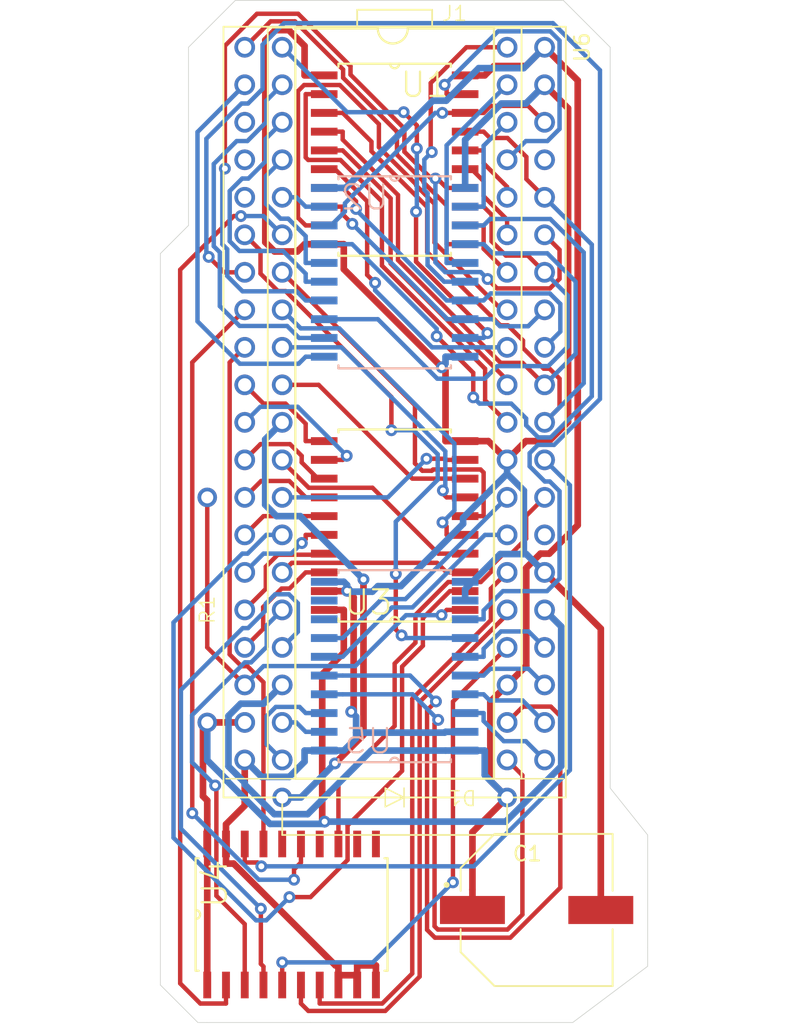
<source format=kicad_pcb>
(kicad_pcb (version 20240108) (generator "pcbnew") (generator_version "8.0")
  (title_block (title "MSX-IDE 2021") (date "2021-08-05") (company "MSXmakers"))
  (layers (0 "F.Cu" signal "Top") (31 "B.Cu" signal "Bottom") (34 "B.Paste" user) (35 "F.Paste" user) (36 "B.SilkS" user "B.Silkscreen") (37 "F.SilkS" user "F.Silkscreen") (38 "B.Mask" user) (39 "F.Mask" user) (44 "Edge.Cuts" user))
  (net 0 "")
  (net 1 "VCC_3V3")
  (net 2 "GND")
  (net 3 "VCC")
  (net 4 "NMI")
  (net 5 "BUSRQ")
  (net 6 "MP0_33")
  (net 7 "A0")
  (net 8 "MP1_33")
  (net 9 "MP2_33")
  (net 10 "MP3_33")
  (net 11 "MERQ")
  (net 12 "IORQ")
  (net 13 "RD")
  (net 14 "WR")
  (net 15 "RESET")
  (net 16 "CLOCK")
  (net 17 "D0")
  (net 18 "D1")
  (net 19 "D2")
  (net 20 "D3")
  (net 21 "D4")
  (net 22 "D5")
  (net 23 "D6")
  (net 24 "D7")
  (net 25 "A1")
  (net 26 "A2")
  (net 27 "A3")
  (net 28 "A4")
  (net 29 "A5")
  (net 30 "A6")
  (net 31 "A7")
  (net 32 "A9")
  (net 33 "A15")
  (net 34 "A11")
  (net 35 "A10")
  (net 36 "A12")
  (net 37 "A8")
  (net 38 "A14")
  (net 39 "A13")
  (net 40 "DATADIR_33")
  (net 41 "M1")
  (net 42 "RFSH")
  (net 43 "MSEL0_33")
  (net 44 "MP4_33")
  (net 45 "MP5_33")
  (net 46 "MP6_33")
  (net 47 "WAIT")
  (net 48 "INT")
  (net 49 "MP7_33")
  (net 50 "VCC_4V7")
  (net 51 "MSEL1_33")
  (net 54 "WAIT_33")
  (net 56 "INT_33")
  (net 59 "RFSH_33")
  (net 60 "M1_33")
  (net 64 "CLOCK_33")
  (net 65 "RESET_33")
  (net 66 "WR_33")
  (net 67 "RD_33")
  (net 68 "IORQ_33")
  (net 69 "MERQ_33")
  (net 71 "D7_33")
  (net 72 "D6_33")
  (net 73 "D5_33")
  (net 74 "D4_33")
  (net 75 "D3_33")
  (net 76 "D2_33")
  (net 77 "D1_33")
  (net 78 "D0_33")
  (footprint "Mis_huellas:Tang_Nano_20k" (layer "F.Cu") (at 187.96 73.66)
    (property "Reference" "U6")
    (property "Value" "Tang_Nano_20k")
  )
  (footprint "Mis_huellas:SOIC127P1032X265-20N" (layer "F.Cu") (at 198.12 106.045 180)
    (property "Reference" "U3")
    (property "Value" "SN74LVC245AN")
  )
  (footprint "Mis_huellas:SOIC127P1032X265-20N" (layer "F.Cu") (at 198.12 81.28)
    (property "Reference" "U1")
    (property "Value" "74AHCT373")
  )
  (footprint "Mis_huellas:Z84C0010PEC" (layer "F.Cu") (at 198.12 72.39)
    (property "Reference" "J1")
    (property "Value" "Z80CPU")
  )
  (footprint "Mis_huellas:RESISTOR" (layer "F.Cu") (at 185.42 111.76 90)
    (property "Reference" "R1")
    (property "Value" "10k")
  )
  (footprint "Mis_huellas:DIODE" (layer "F.Cu") (at 198.12 124.46 180)
    (property "Reference" "D1")
    (property "Value" "1N5817")
  )
  (footprint "Mis_huellas:SOIC127P1032X265-20N" (layer "F.Cu") (at 191.135 132.3848 90)
    (property "Reference" "U4")
    (property "Value" "SN74LVC245AN")
  )
  (footprint "Mis_huellas:CAP_20SVPK680M" (layer "F.Cu") (at 207.74 132.08)
    (property "Reference" "C1")
    (property "Value" "100u")
  )
  (footprint "Mis_huellas:SOIC127P1032X265-20N" (layer "B.Cu") (at 198.12 88.9 180)
    (property "Reference" "U2")
    (property "Value" "74AHCT373")
  )
  (footprint "Mis_huellas:SOIC127P1032X265-20N" (layer "B.Cu") (at 198.12 115.57)
    (property "Reference" "U5")
    (property "Value" "SN74LVC245AN")
  )
  (gr_line (start 182.245 137.16) (end 182.245 127) (stroke (width 0.05)) (layer "Edge.Cuts"))
  (gr_line (start 184.785 139.7) (end 182.245 137.16) (stroke (width 0.05)) (layer "Edge.Cuts"))
  (gr_line (start 192.405 139.7) (end 210.185 139.7) (stroke (width 0.05)) (layer "Edge.Cuts"))
  (gr_line (start 192.405 139.7) (end 185.42 139.7) (stroke (width 0.05)) (layer "Edge.Cuts"))
  (gr_line (start 212.725 123.825) (end 212.725 73.66) (stroke (width 0.05)) (layer "Edge.Cuts"))
  (gr_line (start 187.325 70.485) (end 209.55 70.485) (stroke (width 0.05)) (layer "Edge.Cuts"))
  (gr_line (start 184.15 85.725) (end 184.15 73.66) (stroke (width 0.05)) (layer "Edge.Cuts"))
  (gr_line (start 184.15 73.66) (end 187.325 70.485) (stroke (width 0.05)) (layer "Edge.Cuts"))
  (gr_line (start 215.265 134.62) (end 215.265 127) (stroke (width 0.05)) (layer "Edge.Cuts"))
  (gr_line (start 185.42 139.7) (end 184.785 139.7) (stroke (width 0.05)) (layer "Edge.Cuts"))
  (gr_line (start 215.265 135.89) (end 215.265 134.62) (stroke (width 0.05)) (layer "Edge.Cuts"))
  (gr_line (start 182.245 127) (end 182.245 87.63) (stroke (width 0.05)) (layer "Edge.Cuts"))
  (gr_line (start 215.265 127) (end 212.725 123.825) (stroke (width 0.05)) (layer "Edge.Cuts"))
  (gr_line (start 182.245 87.63) (end 184.15 85.725) (stroke (width 0.05)) (layer "Edge.Cuts"))
  (gr_line (start 210.185 139.7) (end 215.265 135.89) (stroke (width 0.05)) (layer "Edge.Cuts"))
  (gr_line (start 212.725 73.66) (end 209.55 70.485) (stroke (width 0.05)) (layer "Edge.Cuts"))
  (segment (start 185.42 124.6658) (end 185.1304 124.3762) (width 0.45) (layer "F.Cu") (net 1))
  (segment (start 193.3448 111.76) (end 194.6734 111.76) (width 0.45) (layer "F.Cu") (net 1))
  (segment (start 194.6734 114.6555) (end 193.2105 116.1184) (width 0.45) (layer "F.Cu") (net 1))
  (segment (start 185.1304 124.3762) (end 185.1304 119.6696) (width 0.45) (layer "F.Cu") (net 1))
  (segment (start 193.2105 116.1184) (end 193.2105 125.9359) (width 0.45) (layer "F.Cu") (net 1))
  (segment (start 185.42 119.38) (end 187.96 119.38) (width 0.45) (layer "F.Cu") (net 1))
  (segment (start 185.42 126.281) (end 185.42 124.6658) (width 0.45) (layer "F.Cu") (net 1))
  (segment (start 185.42 127.6096) (end 185.42 126.281) (width 0.45) (layer "F.Cu") (net 1))
  (segment (start 194.6734 111.76) (end 194.6734 114.6555) (width 0.45) (layer "F.Cu") (net 1))
  (segment (start 193.2105 125.9359) (end 193.3718 126.0972) (width 0.45) (layer "F.Cu") (net 1))
  (segment (start 185.1304 119.6696) (end 185.42 119.38) (width 0.45) (layer "F.Cu") (net 1))
  (segment (start 185.42 137.16) (end 185.42 127.6096) (width 0.45) (layer "F.Cu") (net 1))
  (via (at 193.3718 126.0972) (size 0.8) (drill 0.4) (layers "F.Cu" "B.Cu") (net 1))
  (segment (start 208.28 111.76) (end 209.4042 112.8842) (width 0.45) (layer "B.Cu") (net 1))
  (segment (start 209.4042 112.8842) (end 209.4042 122.3433) (width 0.45) (layer "B.Cu") (net 1))
  (segment (start 186.7842 123.364) (end 186.7842 123.3046) (width 0.45) (layer "B.Cu") (net 1))
  (segment (start 193.3718 126.0972) (end 193.2193 126.2497) (width 0.45) (layer "B.Cu") (net 1))
  (segment (start 189.6699 126.2497) (end 186.7842 123.364) (width 0.45) (layer "B.Cu") (net 1))
  (segment (start 185.42 121.9404) (end 185.42 119.38) (width 0.45) (layer "B.Cu") (net 1))
  (segment (start 209.4042 122.3433) (end 205.6503 126.0972) (width 0.45) (layer "B.Cu") (net 1))
  (segment (start 193.2193 126.2497) (end 189.6699 126.2497) (width 0.45) (layer "B.Cu") (net 1))
  (segment (start 205.6503 126.0972) (end 193.3718 126.0972) (width 0.45) (layer "B.Cu") (net 1))
  (segment (start 186.7842 123.3046) (end 185.42 121.9404) (width 0.45) (layer "B.Cu") (net 1))
  (segment (start 192.0162 73.5697) (end 192.0162 75.565) (width 0.45) (layer "F.Cu") (net 2))
  (segment (start 196.85 135.8314) (end 195.58 135.8314) (width 0.45) (layer "F.Cu") (net 2))
  (segment (start 193.3448 110.49) (end 194.6734 110.49) (width 0.45) (layer "F.Cu") (net 2))
  (segment (start 186.69 126.9453) (end 186.69 126.281) (width 0.45) (layer "F.Cu") (net 2))
  (segment (start 187.2102 128.9382) (end 194.1034 135.8314) (width 0.45) (layer "F.Cu") (net 2))
  (segment (start 204.47 100.33) (end 202.8952 100.33) (width 0.45) (layer "F.Cu") (net 2))
  (segment (start 209.8729 77.7929) (end 209.8729 99.0367) (width 0.45) (layer "F.Cu") (net 2))
  (segment (start 191.5231 87.4881) (end 189.9774 87.4881) (width 0.45) (layer "F.Cu") (net 2))
  (segment (start 193.3448 86.995) (end 194.6734 86.995) (width 0.45) (layer "F.Cu") (net 2))
  (segment (start 202.8952 100.33) (end 201.5666 100.33) (width 0.45) (layer "F.Cu") (net 2))
  (segment (start 186.69 128.9382) (end 187.2102 128.9382) (width 0.45) (layer "F.Cu") (net 2))
  (segment (start 212.09 132.08) (end 212.09 130.7031) (width 0.45) (layer "F.Cu") (net 2))
  (segment (start 201.5666 100.33) (end 201.5666 95.5785) (width 0.45) (layer "F.Cu") (net 2))
  (segment (start 208.5796 100.33) (end 207.01 100.33) (width 0.45) (layer "F.Cu") (net 2))
  (segment (start 208.28 76.2) (end 209.8729 77.7929) (width 0.45) (layer "F.Cu") (net 2))
  (segment (start 207.01 100.33) (end 205.74 101.6) (width 0.45) (layer "F.Cu") (net 2))
  (segment (start 194.31 136.4957) (end 194.31 135.8314) (width 0.45) (layer "F.Cu") (net 2))
  (segment (start 189.3548 86.8655) (end 189.3548 73.177) (width 0.45) (layer "F.Cu") (net 2))
  (segment (start 194.1034 135.8314) (end 194.31 135.8314) (width 0.45) (layer "F.Cu") (net 2))
  (segment (start 195.58 136.4957) (end 195.58 135.8314) (width 0.45) (layer "F.Cu") (net 2))
  (segment (start 193.3448 75.565) (end 192.0162 75.565) (width 0.45) (layer "F.Cu") (net 2))
  (segment (start 186.69 127.6096) (end 186.69 128.9382) (width 0.45) (layer "F.Cu") (net 2))
  (segment (start 212.09 113.03) (end 208.28 109.22) (width 0.45) (layer "F.Cu") (net 2))
  (segment (start 195.34 110.9058) (end 194.8962 110.462) (width 0.45) (layer "F.Cu") (net 2))
  (segment (start 194.7014 110.462) (end 194.8962 110.462) (width 0.45) (layer "F.Cu") (net 2))
  (segment (start 189.3548 73.177) (end 190.0324 72.4994) (width 0.45) (layer "F.Cu") (net 2))
  (segment (start 195.1771 118.6546) (end 195.34 118.4917) (width 0.45) (layer "F.Cu") (net 2))
  (segment (start 195.34 118.4917) (end 195.34 110.9058) (width 0.45) (layer "F.Cu") (net 2))
  (segment (start 186.69 126.281) (end 187.96 125.011) (width 0.45) (layer "F.Cu") (net 2))
  (segment (start 190.0324 72.4994) (end 190.9459 72.4994) (width 0.45) (layer "F.Cu") (net 2))
  (segment (start 186.69 126.9453) (end 186.69 127.6096) (width 0.45) (layer "F.Cu") (net 2))
  (segment (start 189.9774 87.4881) (end 189.3548 86.8655) (width 0.45) (layer "F.Cu") (net 2))
  (segment (start 193.3448 86.995) (end 192.0162 86.995) (width 0.45) (layer "F.Cu") (net 2))
  (segment (start 190.9459 72.4994) (end 192.0162 73.5697) (width 0.45) (layer "F.Cu") (net 2))
  (segment (start 195.58 136.4957) (end 194.31 136.4957) (width 0.45) (layer "F.Cu") (net 2))
  (segment (start 209.8729 99.0367) (end 208.5796 100.33) (width 0.45) (layer "F.Cu") (net 2))
  (segment (start 212.09 130.7031) (end 212.09 113.03) (width 0.45) (layer "F.Cu") (net 2))
  (segment (start 201.3217 95.3336) (end 194.6734 88.6853) (width 0.45) (layer "F.Cu") (net 2))
  (segment (start 192.0162 86.995) (end 191.5231 87.4881) (width 0.45) (layer "F.Cu") (net 2))
  (segment (start 194.6734 88.6853) (end 194.6734 86.995) (width 0.45) (layer "F.Cu") (net 2))
  (segment (start 194.31 137.16) (end 194.31 136.4957) (width 0.45) (layer "F.Cu") (net 2))
  (segment (start 195.58 137.16) (end 195.58 136.4957) (width 0.45) (layer "F.Cu") (net 2))
  (segment (start 196.85 137.16) (end 196.85 135.8314) (width 0.45) (layer "F.Cu") (net 2))
  (segment (start 201.5666 95.5785) (end 201.3217 95.3336) (width 0.45) (layer "F.Cu") (net 2))
  (segment (start 194.6734 110.49) (end 194.7014 110.462) (width 0.45) (layer "F.Cu") (net 2))
  (segment (start 205.74 101.6) (end 204.47 100.33) (width 0.45) (layer "F.Cu") (net 2))
  (segment (start 187.96 125.011) (end 187.96 121.92) (width 0.45) (layer "F.Cu") (net 2))
  (via (at 194.8962 110.462) (size 0.8) (drill 0.4) (layers "F.Cu" "B.Cu") (net 2))
  (via (at 201.3217 95.3336) (size 0.8) (drill 0.4) (layers "F.Cu" "B.Cu") (net 2))
  (via (at 195.1771 118.6546) (size 0.8) (drill 0.4) (layers "F.Cu" "B.Cu") (net 2))
  (segment (start 205.3511 77.47) (end 207.01 77.47) (width 0.45) (layer "B.Cu") (net 2))
  (segment (start 206.8757 103.6775) (end 206.8757 107.978) (width 0.45) (layer "B.Cu") (net 2))
  (segment (start 207.01 77.47) (end 208.28 76.2) (width 0.45) (layer "B.Cu") (net 2))
  (segment (start 201.5666 94.615) (end 201.5666 95.0887) (width 0.45) (layer "B.Cu") (net 2))
  (segment (start 194.8962 110.462) (end 194.9609 110.5267) (width 0.45) (layer "B.Cu") (net 2))
  (segment (start 206.8757 107.978) (end 207.038 107.978) (width 0.45) (layer "B.Cu") (net 2))
  (segment (start 202.8952 94.615) (end 201.5666 94.615) (width 0.45) (layer "B.Cu") (net 2))
  (segment (start 192.0162 121.285) (end 192.0162 122.0323) (width 0.45) (layer "B.Cu") (net 2))
  (segment (start 205.274 107.978) (end 206.8757 107.978) (width 0.45) (layer "B.Cu") (net 2))
  (segment (start 195.5065 120.0696) (end 195.5065 118.984) (width 0.45) (layer "B.Cu") (net 2))
  (segment (start 202.8952 110.3568) (end 203.397 109.855) (width 0.45) (layer "B.Cu") (net 2))
  (segment (start 195.5065 120.4519) (end 195.5065 120.0696) (width 0.45) (layer "B.Cu") (net 2))
  (segment (start 202.7576 105.9312) (end 202.7576 105.5242) (width 0.45) (layer "B.Cu") (net 2))
  (segment (start 201.512 120.0696) (end 201.5666 120.015) (width 0.45) (layer "B.Cu") (net 2))
  (segment (start 194.8962 110.0778) (end 194.6734 109.855) (width 0.45) (layer "B.Cu") (net 2))
  (segment (start 193.3448 109.855) (end 194.6734 109.855) (width 0.45) (layer "B.Cu") (net 2))
  (segment (start 202.7576 105.5242) (end 205.74 102.5418) (width 0.45) (layer "B.Cu") (net 2))
  (segment (start 190.9846 123.0639) (end 189.1039 123.0639) (width 0.45) (layer "B.Cu") (net 2))
  (segment (start 205.74 102.5418) (end 206.8757 103.6775) (width 0.45) (layer "B.Cu") (net 2))
  (segment (start 195.5065 120.0696) (end 201.512 120.0696) (width 0.45) (layer "B.Cu") (net 2))
  (segment (start 194.9609 110.5267) (end 196.6098 110.5267) (width 0.45) (layer "B.Cu") (net 2))
  (segment (start 198.538 110.1508) (end 202.7576 105.9312) (width 0.45) (layer "B.Cu") (net 2))
  (segment (start 196.6098 110.5267) (end 196.9857 110.1508) (width 0.45) (layer "B.Cu") (net 2))
  (segment (start 189.1039 123.0639) (end 187.96 121.92) (width 0.45) (layer "B.Cu") (net 2))
  (segment (start 202.8952 79.9259) (end 205.3511 77.47) (width 0.45) (layer "B.Cu") (net 2))
  (segment (start 196.9857 110.1508) (end 198.538 110.1508) (width 0.45) (layer "B.Cu") (net 2))
  (segment (start 193.3448 121.285) (end 192.0162 121.285) (width 0.45) (layer "B.Cu") (net 2))
  (segment (start 202.8952 83.185) (end 202.8952 79.9259) (width 0.45) (layer "B.Cu") (net 2))
  (segment (start 194.8962 110.462) (end 194.8962 110.0778) (width 0.45) (layer "B.Cu") (net 2))
  (segment (start 202.8952 111.125) (end 202.8952 110.3568) (width 0.45) (layer "B.Cu") (net 2))
  (segment (start 201.5666 95.0887) (end 201.3217 95.3336) (width 0.45) (layer "B.Cu") (net 2))
  (segment (start 195.5065 118.984) (end 195.1771 118.6546) (width 0.45) (layer "B.Cu") (net 2))
  (segment (start 202.8952 120.015) (end 201.5666 120.015) (width 0.45) (layer "B.Cu") (net 2))
  (segment (start 203.397 109.855) (end 205.274 107.978) (width 0.45) (layer "B.Cu") (net 2))
  (segment (start 207.038 107.978) (end 208.28 109.22) (width 0.45) (layer "B.Cu") (net 2))
  (segment (start 205.74 102.5418) (end 205.74 101.6) (width 0.45) (layer "B.Cu") (net 2))
  (segment (start 194.6734 121.285) (end 195.5065 120.4519) (width 0.45) (layer "B.Cu") (net 2))
  (segment (start 193.3448 121.285) (end 194.6734 121.285) (width 0.45) (layer "B.Cu") (net 2))
  (segment (start 202.8952 109.855) (end 203.397 109.855) (width 0.45) (layer "B.Cu") (net 2))
  (segment (start 192.0162 122.0323) (end 190.9846 123.0639) (width 0.45) (layer "B.Cu") (net 2))
  (segment (start 194.0733 122.1554) (end 196.0066 120.2221) (width 0.45) (layer "F.Cu") (net 3))
  (segment (start 196.0066 120.2221) (end 196.0066 109.695) (width 0.45) (layer "F.Cu") (net 3))
  (via (at 194.0733 122.1554) (size 0.8) (drill 0.4) (layers "F.Cu" "B.Cu") (net 3))
  (via (at 196.0066 109.695) (size 0.8) (drill 0.4) (layers "F.Cu" "B.Cu") (net 3))
  (segment (start 191.7687 124.46) (end 194.0733 122.1554) (width 0.45) (layer "B.Cu") (net 3))
  (segment (start 189.3467 104.641) (end 190.1157 105.41) (width 0.45) (layer "B.Cu") (net 3))
  (segment (start 190.5 99.06) (end 189.3467 100.2133) (width 0.45) (layer "B.Cu") (net 3))
  (segment (start 190.5 124.46) (end 191.7687 124.46) (width 0.45) (layer "B.Cu") (net 3))
  (segment (start 190.1157 105.41) (end 191.7216 105.41) (width 0.45) (layer "B.Cu") (net 3))
  (segment (start 189.3467 100.2133) (end 189.3467 104.641) (width 0.45) (layer "B.Cu") (net 3))
  (segment (start 191.7216 105.41) (end 196.0066 109.695) (width 0.45) (layer "B.Cu") (net 3))
  (segment (start 189.23 135.9064) (end 189.0524 135.7288) (width 0.3) (layer "F.Cu") (net 4))
  (segment (start 189.0524 135.7288) (end 189.0524 131.9919) (width 0.3) (layer "F.Cu") (net 4))
  (segment (start 189.23 137.16) (end 189.23 135.9064) (width 0.3) (layer "F.Cu") (net 4))
  (via (at 189.0524 131.9919) (size 0.8) (drill 0.4) (layers "F.Cu" "B.Cu") (net 4))
  (segment (start 183.6358 126.5753) (end 183.6358 117.1794) (width 0.3) (layer "B.Cu") (net 4))
  (segment (start 190.9539 110.7017) (end 191.5611 111.3089) (width 0.3) (layer "B.Cu") (net 4))
  (segment (start 189.3872 111.79) (end 189.3872 111.3368) (width 0.3) (layer "B.Cu") (net 4))
  (segment (start 190.0223 110.7017) (end 190.9539 110.7017) (width 0.3) (layer "B.Cu") (net 4))
  (segment (start 189.3872 111.3368) (end 190.0223 110.7017) (width 0.3) (layer "B.Cu") (net 4))
  (segment (start 187.8213 112.9939) (end 188.1833 112.9939) (width 0.3) (layer "B.Cu") (net 4))
  (segment (start 188.1833 112.9939) (end 189.3872 111.79) (width 0.3) (layer "B.Cu") (net 4))
  (segment (start 189.0524 131.9919) (end 183.6358 126.5753) (width 0.3) (layer "B.Cu") (net 4))
  (segment (start 191.5611 113.2389) (end 190.5 114.3) (width 0.3) (layer "B.Cu") (net 4))
  (segment (start 191.5611 111.3089) (end 191.5611 113.2389) (width 0.3) (layer "B.Cu") (net 4))
  (segment (start 183.6358 117.1794) (end 187.8213 112.9939) (width 0.3) (layer "B.Cu") (net 4))
  (segment (start 205.74 112.0625) (end 205.74 111.76) (width 0.3) (layer "F.Cu") (net 5))
  (segment (start 191.77 137.16) (end 191.77 138.4136) (width 0.3) (layer "F.Cu") (net 5))
  (segment (start 199.8138 136.5879) (end 199.8138 117.9887) (width 0.3) (layer "F.Cu") (net 5))
  (segment (start 197.4862 138.9155) (end 199.8138 136.5879) (width 0.3) (layer "F.Cu") (net 5))
  (segment (start 199.8138 117.9887) (end 205.74 112.0625) (width 0.3) (layer "F.Cu") (net 5))
  (segment (start 191.77 138.4136) (end 192.2719 138.9155) (width 0.3) (layer "F.Cu") (net 5))
  (segment (start 192.2719 138.9155) (end 197.4862 138.9155) (width 0.3) (layer "F.Cu") (net 5))
  (segment (start 196.5479 80.0545) (end 194.5984 78.105) (width 0.3) (layer "F.Cu") (net 6))
  (segment (start 208.6187 95.427) (end 208.2227 95.427) (width 0.3) (layer "F.Cu") (net 6))
  (segment (start 206.8185 94.0228) (end 206.8185 93.5177) (width 0.3) (layer "F.Cu") (net 6))
  (segment (start 200.3233 84.4759) (end 196.5479 80.7005) (width 0.3) (layer "F.Cu") (net 6))
  (segment (start 206.8185 93.5177) (end 205.7927 92.4919) (width 0.3) (layer "F.Cu") (net 6))
  (segment (start 209.2933 98.0467) (end 209.2933 96.1016) (width 0.3) (layer "F.Cu") (net 6))
  (segment (start 205.284 92.4919) (end 200.3233 87.5312) (width 0.3) (layer "F.Cu") (net 6))
  (segment (start 193.3448 78.105) (end 194.5984 78.105) (width 0.3) (layer "F.Cu") (net 6))
  (segment (start 208.2227 95.427) (end 206.8185 94.0228) (width 0.3) (layer "F.Cu") (net 6))
  (segment (start 205.7927 92.4919) (end 205.284 92.4919) (width 0.3) (layer "F.Cu") (net 6))
  (segment (start 209.2933 96.1016) (end 208.6187 95.427) (width 0.3) (layer "F.Cu") (net 6))
  (segment (start 208.28 99.06) (end 209.2933 98.0467) (width 0.3) (layer "F.Cu") (net 6))
  (segment (start 200.3233 87.5312) (end 200.3233 84.4759) (width 0.3) (layer "F.Cu") (net 6))
  (segment (start 196.5479 80.7005) (end 196.5479 80.0545) (width 0.3) (layer "F.Cu") (net 6))
  (segment (start 204.1488 85.725) (end 204.5841 85.2897) (width 0.3) (layer "B.Cu") (net 6))
  (segment (start 204.5841 85.2897) (end 208.6685 85.2897) (width 0.3) (layer "B.Cu") (net 6))
  (segment (start 208.6685 85.2897) (end 210.9312 87.5524) (width 0.3) (layer "B.Cu") (net 6))
  (segment (start 202.8952 85.725) (end 204.1488 85.725) (width 0.3) (layer "B.Cu") (net 6))
  (segment (start 210.9312 87.5524) (end 210.9312 96.4088) (width 0.3) (layer "B.Cu") (net 6))
  (segment (start 210.9312 96.4088) (end 208.28 99.06) (width 0.3) (layer "B.Cu") (net 6))
  (segment (start 192.2615 81.2912) (end 192.0912 81.1209) (width 0.3) (layer "F.Cu") (net 7))
  (segment (start 204.2504 95.4352) (end 197.2585 88.4433) (width 0.3) (layer "F.Cu") (net 7))
  (segment (start 197.2585 84.1036) (end 194.4461 81.2912) (width 0.3) (layer "F.Cu") (net 7))
  (segment (start 205.74 99.06) (end 204.2504 97.5704) (width 0.3) (layer "F.Cu") (net 7))
  (segment (start 204.2504 97.5704) (end 204.2504 95.4352) (width 0.3) (layer "F.Cu") (net 7))
  (segment (start 193.3448 76.835) (end 192.0912 76.835) (width 0.3) (layer "F.Cu") (net 7))
  (segment (start 197.2585 88.4433) (end 197.2585 84.1036) (width 0.3) (layer "F.Cu") (net 7))
  (segment (start 194.4461 81.2912) (end 192.2615 81.2912) (width 0.3) (layer "F.Cu") (net 7))
  (segment (start 192.0912 81.1209) (end 192.0912 76.835) (width 0.3) (layer "F.Cu") (net 7))
  (segment (start 205.3044 95.0319) (end 198.3482 88.0757) (width 0.3) (layer "F.Cu") (net 8))
  (segment (start 194.5984 79.9153) (end 194.5984 79.375) (width 0.3) (layer "F.Cu") (net 8))
  (segment (start 198.3482 88.0757) (end 198.3482 83.6651) (width 0.3) (layer "F.Cu") (net 8))
  (segment (start 206.7919 95.0319) (end 205.3044 95.0319) (width 0.3) (layer "F.Cu") (net 8))
  (segment (start 198.3482 83.6651) (end 194.5984 79.9153) (width 0.3) (layer "F.Cu") (net 8))
  (segment (start 208.28 96.52) (end 206.7919 95.0319) (width 0.3) (layer "F.Cu") (net 8))
  (segment (start 193.3448 79.375) (end 194.5984 79.375) (width 0.3) (layer "F.Cu") (net 8))
  (segment (start 204.7674 87.6136) (end 204.1488 86.995) (width 0.3) (layer "B.Cu") (net 8))
  (segment (start 210.3853 89.5315) (end 208.4674 87.6136) (width 0.3) (layer "B.Cu") (net 8))
  (segment (start 208.28 96.52) (end 210.3853 94.4147) (width 0.3) (layer "B.Cu") (net 8))
  (segment (start 202.8952 86.995) (end 204.1488 86.995) (width 0.3) (layer "B.Cu") (net 8))
  (segment (start 208.4674 87.6136) (end 204.7674 87.6136) (width 0.3) (layer "B.Cu") (net 8))
  (segment (start 210.3853 94.4147) (end 210.3853 89.5315) (width 0.3) (layer "B.Cu") (net 8))
  (segment (start 195.5027 84.0893) (end 195.5027 84.6085) (width 0.3) (layer "F.Cu") (net 9))
  (segment (start 194.5984 83.185) (end 195.5027 84.0893) (width 0.3) (layer "F.Cu") (net 9))
  (segment (start 193.3448 83.185) (end 194.5984 83.185) (width 0.3) (layer "F.Cu") (net 9))
  (via (at 195.5027 84.6085) (size 0.8) (drill 0.4) (layers "F.Cu" "B.Cu") (net 9))
  (segment (start 202.8952 90.805) (end 201.6416 90.805) (width 0.3) (layer "B.Cu") (net 9))
  (segment (start 209.3463 91.0409) (end 209.3463 92.9137) (width 0.3) (layer "B.Cu") (net 9))
  (segment (start 204.1488 90.805) (end 204.6251 90.3287) (width 0.3) (layer "B.Cu") (net 9))
  (segment (start 203.0639 90.805) (end 202.8952 90.805) (width 0.3) (layer "B.Cu") (net 9))
  (segment (start 203.0639 90.805) (end 204.1488 90.805) (width 0.3) (layer "B.Cu") (net 9))
  (segment (start 209.3463 92.9137) (end 208.28 93.98) (width 0.3) (layer "B.Cu") (net 9))
  (segment (start 204.6251 90.3287) (end 208.6341 90.3287) (width 0.3) (layer "B.Cu") (net 9))
  (segment (start 208.6341 90.3287) (end 209.3463 91.0409) (width 0.3) (layer "B.Cu") (net 9))
  (segment (start 201.6416 90.805) (end 195.5027 84.6661) (width 0.3) (layer "B.Cu") (net 9))
  (segment (start 195.5027 84.6661) (end 195.5027 84.6085) (width 0.3) (layer "B.Cu") (net 9))
  (segment (start 194.5984 84.9711) (end 194.5984 84.455) (width 0.3) (layer "F.Cu") (net 10))
  (segment (start 195.2495 85.6222) (end 194.5984 84.9711) (width 0.3) (layer "F.Cu") (net 10))
  (segment (start 193.3448 84.455) (end 194.5984 84.455) (width 0.3) (layer "F.Cu") (net 10))
  (via (at 195.2495 85.6222) (size 0.8) (drill 0.4) (layers "F.Cu" "B.Cu") (net 10))
  (segment (start 207.1688 92.5512) (end 205.2577 92.5512) (width 0.3) (layer "B.Cu") (net 10))
  (segment (start 203.4131 92.075) (end 204.1488 92.075) (width 0.3) (layer "B.Cu") (net 10))
  (segment (start 202.8952 92.075) (end 201.6416 92.075) (width 0.3) (layer "B.Cu") (net 10))
  (segment (start 201.6416 92.0143) (end 195.2495 85.6222) (width 0.3) (layer "B.Cu") (net 10))
  (segment (start 208.28 91.44) (end 207.1688 92.5512) (width 0.3) (layer "B.Cu") (net 10))
  (segment (start 203.4131 92.075) (end 202.8952 92.075) (width 0.3) (layer "B.Cu") (net 10))
  (segment (start 204.7815 92.075) (end 204.1488 92.075) (width 0.3) (layer "B.Cu") (net 10))
  (segment (start 205.2577 92.5512) (end 204.7815 92.075) (width 0.3) (layer "B.Cu") (net 10))
  (segment (start 201.6416 92.075) (end 201.6416 92.0143) (width 0.3) (layer "B.Cu") (net 10))
  (segment (start 193.3448 120.015) (end 192.0912 120.015) (width 0.3) (layer "B.Cu") (net 11))
  (segment (start 191.4562 119.38) (end 192.0912 120.015) (width 0.3) (layer "B.Cu") (net 11))
  (segment (start 190.5 119.38) (end 191.4562 119.38) (width 0.3) (layer "B.Cu") (net 11))
  (segment (start 190.5 121.92) (end 189.4481 120.8681) (width 0.3) (layer "B.Cu") (net 12))
  (segment (start 191.6743 118.3281) (end 192.0912 118.745) (width 0.3) (layer "B.Cu") (net 12))
  (segment (start 189.4481 118.9443) (end 190.0643 118.3281) (width 0.3) (layer "B.Cu") (net 12))
  (segment (start 193.3448 118.745) (end 192.0912 118.745) (width 0.3) (layer "B.Cu") (net 12))
  (segment (start 189.4481 120.8681) (end 189.4481 118.9443) (width 0.3) (layer "B.Cu") (net 12))
  (segment (start 190.0643 118.3281) (end 191.6743 118.3281) (width 0.3) (layer "B.Cu") (net 12))
  (segment (start 201.0455 133.4039) (end 200.8233 133.1817) (width 0.3) (layer "F.Cu") (net 13))
  (segment (start 205.7655 133.4039) (end 201.0455 133.4039) (width 0.3) (layer "F.Cu") (net 13))
  (segment (start 206.7767 132.3927) (end 205.7655 133.4039) (width 0.3) (layer "F.Cu") (net 13))
  (segment (start 200.8233 119.4506) (end 201.0677 119.2062) (width 0.3) (layer "F.Cu") (net 13))
  (segment (start 205.74 121.92) (end 206.7767 122.9567) (width 0.3) (layer "F.Cu") (net 13))
  (segment (start 206.7767 122.9567) (end 206.7767 132.3927) (width 0.3) (layer "F.Cu") (net 13))
  (segment (start 200.8233 133.1817) (end 200.8233 119.4506) (width 0.3) (layer "F.Cu") (net 13))
  (via (at 201.0677 119.2062) (size 0.8) (drill 0.4) (layers "F.Cu" "B.Cu") (net 13))
  (segment (start 193.3448 117.475) (end 194.5984 117.475) (width 0.3) (layer "B.Cu") (net 13))
  (segment (start 199.3365 117.475) (end 201.0677 119.2062) (width 0.3) (layer "B.Cu") (net 13))
  (segment (start 194.5984 117.475) (end 199.3365 117.475) (width 0.3) (layer "B.Cu") (net 13))
  (segment (start 208.7035 118.3077) (end 209.3454 118.9496) (width 0.3) (layer "F.Cu") (net 14))
  (segment (start 200.3157 118.5578) (end 200.9178 117.9557) (width 0.3) (layer "F.Cu") (net 14))
  (segment (start 200.8505 133.9549) (end 200.3157 133.4201) (width 0.3) (layer "F.Cu") (net 14))
  (segment (start 209.3454 130.5702) (end 205.9607 133.9549) (width 0.3) (layer "F.Cu") (net 14))
  (segment (start 205.9607 133.9549) (end 200.8505 133.9549) (width 0.3) (layer "F.Cu") (net 14))
  (segment (start 200.3157 133.4201) (end 200.3157 118.5578) (width 0.3) (layer "F.Cu") (net 14))
  (segment (start 209.3454 118.9496) (end 209.3454 130.5702) (width 0.3) (layer "F.Cu") (net 14))
  (segment (start 205.74 119.38) (end 206.8123 118.3077) (width 0.3) (layer "F.Cu") (net 14))
  (segment (start 206.8123 118.3077) (end 208.7035 118.3077) (width 0.3) (layer "F.Cu") (net 14))
  (via (at 200.9178 117.9557) (size 0.8) (drill 0.4) (layers "F.Cu" "B.Cu") (net 14))
  (segment (start 193.3448 116.205) (end 194.5984 116.205) (width 0.3) (layer "B.Cu") (net 14))
  (segment (start 199.1671 116.205) (end 200.9178 117.9557) (width 0.3) (layer "B.Cu") (net 14))
  (segment (start 194.5984 116.205) (end 199.1671 116.205) (width 0.3) (layer "B.Cu") (net 14))
  (segment (start 199.3119 136.3801) (end 199.3119 117.7789) (width 0.3) (layer "F.Cu") (net 15))
  (segment (start 197.2784 138.4136) (end 199.3119 136.3801) (width 0.3) (layer "F.Cu") (net 15))
  (segment (start 199.3119 117.7789) (end 204.6399 112.4509) (width 0.3) (layer "F.Cu") (net 15))
  (segment (start 193.04 137.16) (end 193.04 138.4136) (width 0.3) (layer "F.Cu") (net 15))
  (segment (start 204.6399 110.3201) (end 205.74 109.22) (width 0.3) (layer "F.Cu") (net 15))
  (segment (start 204.6399 112.4509) (end 204.6399 110.3201) (width 0.3) (layer "F.Cu") (net 15))
  (segment (start 193.04 138.4136) (end 197.2784 138.4136) (width 0.3) (layer "F.Cu") (net 15))
  (segment (start 184.9492 138.4136) (end 186.69 138.4136) (width 0.3) (layer "F.Cu") (net 16))
  (segment (start 187.2183 85.09) (end 183.585 88.7233) (width 0.3) (layer "F.Cu") (net 16))
  (segment (start 187.6997 85.09) (end 187.2183 85.09) (width 0.3) (layer "F.Cu") (net 16))
  (segment (start 186.69 137.16) (end 186.69 138.4136) (width 0.3) (layer "F.Cu") (net 16))
  (segment (start 183.585 88.7233) (end 183.585 137.0494) (width 0.3) (layer "F.Cu") (net 16))
  (segment (start 183.585 137.0494) (end 184.9492 138.4136) (width 0.3) (layer "F.Cu") (net 16))
  (via (at 187.6997 85.09) (size 0.8) (drill 0.4) (layers "F.Cu" "B.Cu") (net 16))
  (segment (start 189.23 85.09) (end 187.6997 85.09) (width 0.3) (layer "B.Cu") (net 16))
  (segment (start 190.5 86.36) (end 189.23 85.09) (width 0.3) (layer "B.Cu") (net 16))
  (segment (start 194.9286 126.356) (end 194.9286 128.696) (width 0.3) (layer "F.Cu") (net 17))
  (segment (start 198.6233 122.6613) (end 194.9286 126.356) (width 0.3) (layer "F.Cu") (net 17))
  (segment (start 198.6233 115.5985) (end 198.6233 122.6613) (width 0.3) (layer "F.Cu") (net 17))
  (segment (start 201.8609 110.49) (end 200.0316 112.3193) (width 0.3) (layer "F.Cu") (net 17))
  (segment (start 192.4179 131.2067) (end 190.988 131.2067) (width 0.3) (layer "F.Cu") (net 17))
  (segment (start 200.0316 114.1902) (end 198.6233 115.5985) (width 0.3) (layer "F.Cu") (net 17))
  (segment (start 202.8952 110.49) (end 201.8609 110.49) (width 0.3) (layer "F.Cu") (net 17))
  (segment (start 194.9286 128.696) (end 192.4179 131.2067) (width 0.3) (layer "F.Cu") (net 17))
  (segment (start 200.0316 112.3193) (end 200.0316 114.1902) (width 0.3) (layer "F.Cu") (net 17))
  (via (at 190.988 131.2067) (size 0.8) (drill 0.4) (layers "F.Cu" "B.Cu") (net 17))
  (segment (start 188.1545 107.9486) (end 187.7939 107.9486) (width 0.3) (layer "B.Cu") (net 17))
  (segment (start 190.5 106.68) (end 189.4231 106.68) (width 0.3) (layer "B.Cu") (net 17))
  (segment (start 187.7939 107.9486) (end 183.1339 112.6086) (width 0.3) (layer "B.Cu") (net 17))
  (segment (start 188.7246 132.7794) (end 189.4153 132.7794) (width 0.3) (layer "B.Cu") (net 17))
  (segment (start 183.1339 112.6086) (end 183.1339 127.1887) (width 0.3) (layer "B.Cu") (net 17))
  (segment (start 189.4153 132.7794) (end 190.988 131.2067) (width 0.3) (layer "B.Cu") (net 17))
  (segment (start 183.1339 127.1887) (end 188.7246 132.7794) (width 0.3) (layer "B.Cu") (net 17))
  (segment (start 189.4231 106.68) (end 188.1545 107.9486) (width 0.3) (layer "B.Cu") (net 17))
  (segment (start 202.8952 109.22) (end 201.6416 109.22) (width 0.3) (layer "F.Cu") (net 18))
  (segment (start 191.1481 108.5719) (end 200.9935 108.5719) (width 0.3) (layer "F.Cu") (net 18))
  (segment (start 190.5 109.22) (end 191.1481 108.5719) (width 0.3) (layer "F.Cu") (net 18))
  (segment (start 200.9935 108.5719) (end 201.6416 109.22) (width 0.3) (layer "F.Cu") (net 18))
  (segment (start 190.5 101.6913) (end 192.2973 103.4886) (width 0.3) (layer "F.Cu") (net 19))
  (segment (start 190.5 101.6) (end 190.5 101.6913) (width 0.3) (layer "F.Cu") (net 19))
  (segment (start 196.6179 103.4886) (end 201.0793 107.95) (width 0.3) (layer "F.Cu") (net 19))
  (segment (start 192.2973 103.4886) (end 196.6179 103.4886) (width 0.3) (layer "F.Cu") (net 19))
  (segment (start 201.0793 107.95) (end 202.8952 107.95) (width 0.3) (layer "F.Cu") (net 19))
  (segment (start 201.6416 106.1156) (end 201.361 105.835) (width 0.3) (layer "F.Cu") (net 20))
  (segment (start 202.8952 106.68) (end 201.6416 106.68) (width 0.3) (layer "F.Cu") (net 20))
  (segment (start 201.6416 106.68) (end 201.6416 106.1156) (width 0.3) (layer "F.Cu") (net 20))
  (via (at 201.361 105.835) (size 0.8) (drill 0.4) (layers "F.Cu" "B.Cu") (net 20))
  (segment (start 191.7548 92.6948) (end 190.5 91.44) (width 0.3) (layer "B.Cu") (net 20))
  (segment (start 202.1681 105.0279) (end 202.1681 100.493) (width 0.3) (layer "B.Cu") (net 20))
  (segment (start 201.361 105.835) (end 202.1681 105.0279) (width 0.3) (layer "B.Cu") (net 20))
  (segment (start 194.3699 92.6948) (end 191.7548 92.6948) (width 0.3) (layer "B.Cu") (net 20))
  (segment (start 202.1681 100.493) (end 194.3699 92.6948) (width 0.3) (layer "B.Cu") (net 20))
  (segment (start 204.1488 102.4575) (end 203.9427 102.2514) (width 0.3) (layer "F.Cu") (net 21))
  (segment (start 203.9427 102.2514) (end 200.7234 102.2514) (width 0.3) (layer "F.Cu") (net 21))
  (segment (start 200.7234 102.2514) (end 200.6369 102.3379) (width 0.3) (layer "F.Cu") (net 21))
  (segment (start 199.4948 97.8948) (end 190.5 88.9) (width 0.3) (layer "F.Cu") (net 21))
  (segment (start 202.8952 105.41) (end 204.1488 105.41) (width 0.3) (layer "F.Cu") (net 21))
  (segment (start 204.1488 105.41) (end 204.1488 102.4575) (width 0.3) (layer "F.Cu") (net 21))
  (segment (start 200.6369 102.3379) (end 199.9944 102.3379) (width 0.3) (layer "F.Cu") (net 21))
  (segment (start 199.4948 101.8383) (end 199.4948 97.8948) (width 0.3) (layer "F.Cu") (net 21))
  (segment (start 199.9944 102.3379) (end 199.4948 101.8383) (width 0.3) (layer "F.Cu") (net 21))
  (segment (start 202.8952 104.14) (end 201.6416 104.14) (width 0.3) (layer "F.Cu") (net 22))
  (segment (start 201.6416 104.14) (end 201.3913 103.8897) (width 0.3) (layer "F.Cu") (net 22))
  (segment (start 201.3913 103.8897) (end 201.3913 103.6707) (width 0.3) (layer "F.Cu") (net 22))
  (via (at 201.3913 103.6707) (size 0.8) (drill 0.4) (layers "F.Cu" "B.Cu") (net 22))
  (segment (start 194.5145 93.98) (end 190.5 93.98) (width 0.3) (layer "B.Cu") (net 22))
  (segment (start 201.3913 103.6707) (end 201.5517 103.5103) (width 0.3) (layer "B.Cu") (net 22))
  (segment (start 201.5517 101.0172) (end 194.5145 93.98) (width 0.3) (layer "B.Cu") (net 22))
  (segment (start 201.5517 103.5103) (end 201.5517 101.0172) (width 0.3) (layer "B.Cu") (net 22))
  (segment (start 202.8952 102.87) (end 201.6416 102.87) (width 0.3) (layer "F.Cu") (net 23))
  (segment (start 199.3172 102.87) (end 201.6416 102.87) (width 0.3) (layer "F.Cu") (net 23))
  (segment (start 192.9672 96.52) (end 199.3172 102.87) (width 0.3) (layer "F.Cu") (net 23))
  (segment (start 190.5 96.52) (end 192.9672 96.52) (width 0.3) (layer "F.Cu") (net 23))
  (segment (start 201.5657 101.5241) (end 201.6416 101.6) (width 0.3) (layer "F.Cu") (net 24))
  (segment (start 200.2773 101.5241) (end 201.5657 101.5241) (width 0.3) (layer "F.Cu") (net 24))
  (segment (start 202.8952 101.6) (end 201.6416 101.6) (width 0.3) (layer "F.Cu") (net 24))
  (via (at 200.2773 101.5241) (size 0.8) (drill 0.4) (layers "F.Cu" "B.Cu") (net 24))
  (segment (start 197.6614 104.14) (end 200.2773 101.5241) (width 0.3) (layer "B.Cu") (net 24))
  (segment (start 190.5 104.14) (end 197.6614 104.14) (width 0.3) (layer "B.Cu") (net 24))
  (segment (start 197.8463 88.3016) (end 197.8463 83.8929) (width 0.3) (layer "F.Cu") (net 25))
  (segment (start 193.3448 80.645) (end 194.5984 80.645) (width 0.3) (layer "F.Cu") (net 25))
  (segment (start 197.8463 83.8929) (end 194.5984 80.645) (width 0.3) (layer "F.Cu") (net 25))
  (segment (start 205.74 96.1953) (end 197.8463 88.3016) (width 0.3) (layer "F.Cu") (net 25))
  (segment (start 205.74 96.52) (end 205.74 96.1953) (width 0.3) (layer "F.Cu") (net 25))
  (segment (start 196.2562 89.0738) (end 196.2562 84.0925) (width 0.3) (layer "F.Cu") (net 26))
  (segment (start 194.0787 81.915) (end 193.3448 81.915) (width 0.3) (layer "F.Cu") (net 26))
  (segment (start 196.7947 89.6123) (end 196.2562 89.0738) (width 0.3) (layer "F.Cu") (net 26))
  (segment (start 196.2562 84.0925) (end 194.0787 81.915) (width 0.3) (layer "F.Cu") (net 26))
  (via (at 196.7947 89.6123) (size 0.8) (drill 0.4) (layers "F.Cu" "B.Cu") (net 26))
  (segment (start 200.6541 93.98) (end 196.7947 90.1206) (width 0.3) (layer "B.Cu") (net 26))
  (segment (start 205.74 93.98) (end 200.6541 93.98) (width 0.3) (layer "B.Cu") (net 26))
  (segment (start 196.7947 90.1206) (end 196.7947 89.6123) (width 0.3) (layer "B.Cu") (net 26))
  (segment (start 205.3745 91.44) (end 200.8252 86.8907) (width 0.3) (layer "F.Cu") (net 27))
  (segment (start 205.74 91.44) (end 205.3745 91.44) (width 0.3) (layer "F.Cu") (net 27))
  (segment (start 199.5784 82.9513) (end 199.5783 82.9513) (width 0.3) (layer "F.Cu") (net 27))
  (segment (start 200.8252 84.2681) (end 199.5784 83.0213) (width 0.3) (layer "F.Cu") (net 27))
  (segment (start 191.9842 76.2164) (end 191.5707 76.6299) (width 0.3) (layer "F.Cu") (net 27))
  (segment (start 199.5784 83.0213) (end 199.5784 82.9513) (width 0.3) (layer "F.Cu") (net 27))
  (segment (start 191.5707 85.2045) (end 192.0912 85.725) (width 0.3) (layer "F.Cu") (net 27))
  (segment (start 197.0513 78.864) (end 194.4037 76.2164) (width 0.3) (layer "F.Cu") (net 27))
  (segment (start 193.3448 85.725) (end 192.0912 85.725) (width 0.3) (layer "F.Cu") (net 27))
  (segment (start 191.5707 76.6299) (end 191.5707 85.2045) (width 0.3) (layer "F.Cu") (net 27))
  (segment (start 199.5783 82.9513) (end 197.0513 80.4243) (width 0.3) (layer "F.Cu") (net 27))
  (segment (start 197.0513 80.4243) (end 197.0513 78.864) (width 0.3) (layer "F.Cu") (net 27))
  (segment (start 200.8252 86.8907) (end 200.8252 84.2681) (width 0.3) (layer "F.Cu") (net 27))
  (segment (start 194.4037 76.2164) (end 191.9842 76.2164) (width 0.3) (layer "F.Cu") (net 27))
  (segment (start 202.8952 85.725) (end 204.1488 85.725) (width 0.3) (layer "F.Cu") (net 28))
  (segment (start 204.1488 87.3088) (end 205.74 88.9) (width 0.3) (layer "F.Cu") (net 28))
  (segment (start 204.1488 85.725) (end 204.1488 87.3088) (width 0.3) (layer "F.Cu") (net 28))
  (segment (start 205.74 86.36) (end 205.74 85.3332) (width 0.3) (layer "F.Cu") (net 29))
  (segment (start 203.3348 81.915) (end 202.8952 81.915) (width 0.3) (layer "F.Cu") (net 29))
  (segment (start 204.1488 82.729) (end 203.3348 81.915) (width 0.3) (layer "F.Cu") (net 29))
  (segment (start 205.74 85.3332) (end 204.1488 83.742) (width 0.3) (layer "F.Cu") (net 29))
  (segment (start 204.1488 83.742) (end 204.1488 82.729) (width 0.3) (layer "F.Cu") (net 29))
  (segment (start 204.1488 81.5192) (end 204.1488 80.645) (width 0.3) (layer "F.Cu") (net 30))
  (segment (start 205.74 83.82) (end 205.74 83.1104) (width 0.3) (layer "F.Cu") (net 30))
  (segment (start 202.8952 80.645) (end 204.1488 80.645) (width 0.3) (layer "F.Cu") (net 30))
  (segment (start 205.74 83.1104) (end 204.1488 81.5192) (width 0.3) (layer "F.Cu") (net 30))
  (segment (start 201.6416 76.3353) (end 201.5071 76.2008) (width 0.3) (layer "F.Cu") (net 31))
  (segment (start 202.8952 76.835) (end 201.6416 76.835) (width 0.3) (layer "F.Cu") (net 31))
  (segment (start 201.6416 76.835) (end 201.6416 76.3353) (width 0.3) (layer "F.Cu") (net 31))
  (via (at 201.5071 76.2008) (size 0.8) (drill 0.4) (layers "F.Cu" "B.Cu") (net 31))
  (segment (start 208.6673 72.5816) (end 209.2936 73.2079) (width 0.3) (layer "B.Cu") (net 31))
  (segment (start 205.1263 72.5816) (end 208.6673 72.5816) (width 0.3) (layer "B.Cu") (net 31))
  (segment (start 209.2936 79.1894) (end 208.473 80.01) (width 0.3) (layer "B.Cu") (net 31))
  (segment (start 208.473 80.01) (end 207.01 80.01) (width 0.3) (layer "B.Cu") (net 31))
  (segment (start 207.01 80.01) (end 205.74 81.28) (width 0.3) (layer "B.Cu") (net 31))
  (segment (start 209.2936 73.2079) (end 209.2936 79.1894) (width 0.3) (layer "B.Cu") (net 31))
  (segment (start 201.5071 76.2008) (end 205.1263 72.5816) (width 0.3) (layer "B.Cu") (net 31))
  (segment (start 202.8952 88.265) (end 201.6416 88.265) (width 0.3) (layer "B.Cu") (net 32))
  (segment (start 201.6416 80.2984) (end 205.74 76.2) (width 0.3) (layer "B.Cu") (net 32))
  (segment (start 201.6416 88.265) (end 201.6416 80.2984) (width 0.3) (layer "B.Cu") (net 32))
  (segment (start 191.4562 83.82) (end 192.0912 84.455) (width 0.3) (layer "B.Cu") (net 33))
  (segment (start 193.3448 84.455) (end 192.0912 84.455) (width 0.3) (layer "B.Cu") (net 33))
  (segment (start 190.5 83.82) (end 191.4562 83.82) (width 0.3) (layer "B.Cu") (net 33))
  (segment (start 198.7303 78.0565) (end 199.6228 78.949) (width 0.3) (layer "F.Cu") (net 34))
  (segment (start 199.5698 88.1769) (end 199.5698 84.7873) (width 0.3) (layer "F.Cu") (net 34))
  (segment (start 204.4069 93.014) (end 199.5698 88.1769) (width 0.3) (layer "F.Cu") (net 34))
  (segment (start 199.6228 78.949) (end 199.6228 80.5129) (width 0.3) (layer "F.Cu") (net 34))
  (via (at 198.7303 78.0565) (size 0.8) (drill 0.4) (layers "F.Cu" "B.Cu") (net 34))
  (via (at 199.5698 84.7873) (size 0.8) (drill 0.4) (layers "F.Cu" "B.Cu") (net 34))
  (via (at 204.4069 93.014) (size 0.8) (drill 0.4) (layers "F.Cu" "B.Cu") (net 34))
  (via (at 199.6228 80.5129) (size 0.8) (drill 0.4) (layers "F.Cu" "B.Cu") (net 34))
  (segment (start 190.5 73.66) (end 194.8965 78.0565) (width 0.3) (layer "B.Cu") (net 34))
  (segment (start 204.4069 93.0869) (end 204.4069 93.014) (width 0.3) (layer "B.Cu") (net 34))
  (segment (start 199.6228 84.7343) (end 199.5698 84.7873) (width 0.3) (layer "B.Cu") (net 34))
  (segment (start 199.6228 80.5129) (end 199.6228 84.7343) (width 0.3) (layer "B.Cu") (net 34))
  (segment (start 202.8952 93.345) (end 204.1488 93.345) (width 0.3) (layer "B.Cu") (net 34))
  (segment (start 194.8965 78.0565) (end 198.7303 78.0565) (width 0.3) (layer "B.Cu") (net 34))
  (segment (start 204.1488 93.345) (end 204.4069 93.0869) (width 0.3) (layer "B.Cu") (net 34))
  (segment (start 205.74 73.66) (end 202.9835 73.66) (width 0.3) (layer "F.Cu") (net 35))
  (segment (start 200.5636 76.0799) (end 200.5636 80.6858) (width 0.3) (layer "F.Cu") (net 35))
  (segment (start 202.9835 73.66) (end 200.5636 76.0799) (width 0.3) (layer "F.Cu") (net 35))
  (segment (start 200.5636 80.6858) (end 200.6359 80.7581) (width 0.3) (layer "F.Cu") (net 35))
  (via (at 200.6359 80.7581) (size 0.8) (drill 0.4) (layers "F.Cu" "B.Cu") (net 35))
  (segment (start 200.3507 88.4117) (end 200.3507 83.5431) (width 0.3) (layer "B.Cu") (net 35))
  (segment (start 201.474 89.535) (end 200.3507 88.4117) (width 0.3) (layer "B.Cu") (net 35))
  (segment (start 202.8952 89.535) (end 201.474 89.535) (width 0.3) (layer "B.Cu") (net 35))
  (segment (start 200.1297 83.3221) (end 200.1297 81.2643) (width 0.3) (layer "B.Cu") (net 35))
  (segment (start 200.3507 83.5431) (end 200.1297 83.3221) (width 0.3) (layer "B.Cu") (net 35))
  (segment (start 200.1297 81.2643) (end 200.6359 80.7581) (width 0.3) (layer "B.Cu") (net 35))
  (segment (start 186.2711 87.5409) (end 185.8615 87.1313) (width 0.3) (layer "B.Cu") (net 36))
  (segment (start 191.6431 93.345) (end 190.8311 92.533) (width 0.3) (layer "B.Cu") (net 36))
  (segment (start 187.4151 80.01) (end 188.1407 80.01) (width 0.3) (layer "B.Cu") (net 36))
  (segment (start 188.1407 80.01) (end 189.4179 78.7328) (width 0.3) (layer "B.Cu") (net 36))
  (segment (start 186.2711 91.1902) (end 186.2711 87.5409) (width 0.3) (layer "B.Cu") (net 36))
  (segment (start 185.8615 81.5636) (end 187.4151 80.01) (width 0.3) (layer "B.Cu") (net 36))
  (segment (start 189.4179 77.2821) (end 190.5 76.2) (width 0.3) (layer "B.Cu") (net 36))
  (segment (start 190.8311 92.533) (end 187.6139 92.533) (width 0.3) (layer "B.Cu") (net 36))
  (segment (start 193.3448 93.345) (end 191.6431 93.345) (width 0.3) (layer "B.Cu") (net 36))
  (segment (start 187.6139 92.533) (end 186.2711 91.1902) (width 0.3) (layer "B.Cu") (net 36))
  (segment (start 189.4179 78.7328) (end 189.4179 77.2821) (width 0.3) (layer "B.Cu") (net 36))
  (segment (start 185.8615 87.1313) (end 185.8615 81.5636) (width 0.3) (layer "B.Cu") (net 36))
  (segment (start 204.1488 84.455) (end 204.1488 80.3312) (width 0.3) (layer "B.Cu") (net 37))
  (segment (start 202.8952 84.455) (end 204.1488 84.455) (width 0.3) (layer "B.Cu") (net 37))
  (segment (start 204.1488 80.3312) (end 205.74 78.74) (width 0.3) (layer "B.Cu") (net 37))
  (segment (start 190.9079 85.267) (end 190.39 85.267) (width 0.3) (layer "B.Cu") (net 38))
  (segment (start 189.4034 82.3766) (end 190.5 81.28) (width 0.3) (layer "B.Cu") (net 38))
  (segment (start 192.0912 88.265) (end 192.0912 86.4503) (width 0.3) (layer "B.Cu") (net 38))
  (segment (start 193.3448 88.265) (end 192.0912 88.265) (width 0.3) (layer "B.Cu") (net 38))
  (segment (start 190.39 85.267) (end 189.4034 84.2804) (width 0.3) (layer "B.Cu") (net 38))
  (segment (start 189.4034 84.2804) (end 189.4034 82.3766) (width 0.3) (layer "B.Cu") (net 38))
  (segment (start 192.0912 86.4503) (end 190.9079 85.267) (width 0.3) (layer "B.Cu") (net 38))
  (segment (start 192.0912 88.9936) (end 190.5505 87.4529) (width 0.3) (layer "B.Cu") (net 39))
  (segment (start 186.9428 86.7932) (end 186.9428 83.3933) (width 0.3) (layer "B.Cu") (net 39))
  (segment (start 187.7861 82.55) (end 188.2085 82.55) (width 0.3) (layer "B.Cu") (net 39))
  (segment (start 187.6025 87.4529) (end 186.9428 86.7932) (width 0.3) (layer "B.Cu") (net 39))
  (segment (start 188.2085 82.55) (end 189.3872 81.3713) (width 0.3) (layer "B.Cu") (net 39))
  (segment (start 193.3448 89.535) (end 192.0912 89.535) (width 0.3) (layer "B.Cu") (net 39))
  (segment (start 190.5505 87.4529) (end 187.6025 87.4529) (width 0.3) (layer "B.Cu") (net 39))
  (segment (start 189.3872 79.8528) (end 190.5 78.74) (width 0.3) (layer "B.Cu") (net 39))
  (segment (start 186.9428 83.3933) (end 187.7861 82.55) (width 0.3) (layer "B.Cu") (net 39))
  (segment (start 189.3872 81.3713) (end 189.3872 79.8528) (width 0.3) (layer "B.Cu") (net 39))
  (segment (start 192.0912 89.535) (end 192.0912 88.9936) (width 0.3) (layer "B.Cu") (net 39))
  (segment (start 201.6416 111.76) (end 201.6416 111.7725) (width 0.3) (layer "F.Cu") (net 40))
  (segment (start 202.8952 111.76) (end 201.6416 111.76) (width 0.3) (layer "F.Cu") (net 40))
  (segment (start 185.42 114.3) (end 187.96 116.84) (width 0.3) (layer "F.Cu") (net 40))
  (segment (start 185.42 104.14) (end 185.42 114.3) (width 0.3) (layer "F.Cu") (net 40))
  (segment (start 201.6416 111.7725) (end 201.2977 112.1164) (width 0.3) (layer "F.Cu") (net 40))
  (via (at 201.2977 112.1164) (size 0.8) (drill 0.4) (layers "F.Cu" "B.Cu") (net 40))
  (segment (start 198.8916 112.1164) (end 195.4457 115.5623) (width 0.3) (layer "B.Cu") (net 40))
  (segment (start 201.2977 112.1164) (end 198.8916 112.1164) (width 0.3) (layer "B.Cu") (net 40))
  (segment (start 189.2377 115.5623) (end 187.96 116.84) (width 0.3) (layer "B.Cu") (net 40))
  (segment (start 195.4457 115.5623) (end 189.2377 115.5623) (width 0.3) (layer "B.Cu") (net 40))
  (segment (start 204.2391 106.68) (end 199.328 111.5911) (width 0.3) (layer "B.Cu") (net 41))
  (segment (start 193.3448 114.935) (end 194.5984 114.935) (width 0.3) (layer "B.Cu") (net 41))
  (segment (start 205.74 106.68) (end 204.2391 106.68) (width 0.3) (layer "B.Cu") (net 41))
  (segment (start 197.9423 111.5911) (end 194.5984 114.935) (width 0.3) (layer "B.Cu") (net 41))
  (segment (start 199.328 111.5911) (end 197.9423 111.5911) (width 0.3) (layer "B.Cu") (net 41))
  (segment (start 205.74 104.14) (end 198.8504 111.0296) (width 0.3) (layer "B.Cu") (net 42))
  (segment (start 197.2337 111.0297) (end 194.5984 113.665) (width 0.3) (layer "B.Cu") (net 42))
  (segment (start 197.2337 111.0296) (end 197.2337 111.0297) (width 0.3) (layer "B.Cu") (net 42))
  (segment (start 193.3448 113.665) (end 194.5984 113.665) (width 0.3) (layer "B.Cu") (net 42))
  (segment (start 198.8504 111.0296) (end 197.2337 111.0296) (width 0.3) (layer "B.Cu") (net 42))
  (segment (start 194.6271 75.7262) (end 194.6271 75.1684) (width 0.3) (layer "F.Cu") (net 43))
  (segment (start 200.0803 82.7435) (end 198.9039 81.5671) (width 0.3) (layer "F.Cu") (net 43))
  (segment (start 201.6416 86.995) (end 201.6416 84.3748) (width 0.3) (layer "F.Cu") (net 43))
  (segment (start 191.3629 71.9042) (end 189.7158 71.9042) (width 0.3) (layer "F.Cu") (net 43))
  (segment (start 198.9038 81.5671) (end 198.2768 80.9401) (width 0.3) (layer "F.Cu") (net 43))
  (segment (start 198.2768 79.3759) (end 194.6271 75.7262) (width 0.3) (layer "F.Cu") (net 43))
  (segment (start 189.7158 71.9042) (end 187.96 73.66) (width 0.3) (layer "F.Cu") (net 43))
  (segment (start 200.0803 82.8135) (end 200.0803 82.7435) (width 0.3) (layer "F.Cu") (net 43))
  (segment (start 201.6416 84.3748) (end 200.0803 82.8135) (width 0.3) (layer "F.Cu") (net 43))
  (segment (start 198.9039 81.5671) (end 198.9038 81.5671) (width 0.3) (layer "F.Cu") (net 43))
  (segment (start 198.2768 80.9401) (end 198.2768 79.3759) (width 0.3) (layer "F.Cu") (net 43))
  (segment (start 194.6271 75.1684) (end 191.3629 71.9042) (width 0.3) (layer "F.Cu") (net 43))
  (segment (start 202.8952 86.995) (end 201.6416 86.995) (width 0.3) (layer "F.Cu") (net 43))
  (segment (start 204.6881 84.9943) (end 204.6881 86.7983) (width 0.3) (layer "F.Cu") (net 44))
  (segment (start 205.6573 87.7675) (end 207.1475 87.7675) (width 0.3) (layer "F.Cu") (net 44))
  (segment (start 204.6881 86.7983) (end 205.6573 87.7675) (width 0.3) (layer "F.Cu") (net 44))
  (segment (start 204.1488 84.455) (end 204.6881 84.9943) (width 0.3) (layer "F.Cu") (net 44))
  (segment (start 202.8952 84.455) (end 204.1488 84.455) (width 0.3) (layer "F.Cu") (net 44))
  (segment (start 207.1475 87.7675) (end 208.28 88.9) (width 0.3) (layer "F.Cu") (net 44))
  (segment (start 209.8485 93.9307) (end 209.8485 90.4685) (width 0.3) (layer "B.Cu") (net 44))
  (segment (start 201.0104 96.1038) (end 204.2227 96.1038) (width 0.3) (layer "B.Cu") (net 44))
  (segment (start 204.2227 96.1038) (end 205.0765 95.25) (width 0.3) (layer "B.Cu") (net 44))
  (segment (start 193.3448 92.075) (end 196.9816 92.075) (width 0.3) (layer "B.Cu") (net 44))
  (segment (start 209.8485 90.4685) (end 208.28 88.9) (width 0.3) (layer "B.Cu") (net 44))
  (segment (start 196.9816 92.075) (end 201.0104 96.1038) (width 0.3) (layer "B.Cu") (net 44))
  (segment (start 205.0765 95.25) (end 208.5292 95.25) (width 0.3) (layer "B.Cu") (net 44))
  (segment (start 208.5292 95.25) (end 209.8485 93.9307) (width 0.3) (layer "B.Cu") (net 44))
  (segment (start 205.0544 89.9899) (end 204.4185 89.354) (width 0.3) (layer "F.Cu") (net 45))
  (segment (start 195.129 75.5184) (end 198.7787 79.1681) (width 0.3) (layer "F.Cu") (net 45))
  (segment (start 186.6155 81.8752) (end 186.6155 73.5665) (width 0.3) (layer "F.Cu") (net 45))
  (segment (start 202.8952 83.185) (end 201.6416 83.185) (width 0.3) (layer "F.Cu") (net 45))
  (segment (start 191.5778 71.3909) (end 195.129 74.9421) (width 0.3) (layer "F.Cu") (net 45))
  (segment (start 186.6155 73.5665) (end 188.7911 71.3909) (width 0.3) (layer "F.Cu") (net 45))
  (segment (start 208.6444 89.9899) (end 205.0544 89.9899) (width 0.3) (layer "F.Cu") (net 45))
  (segment (start 201.6416 83.185) (end 201.0064 82.5498) (width 0.3) (layer "F.Cu") (net 45))
  (segment (start 200.5963 82.5498) (end 200.8817 82.5498) (width 0.3) (layer "F.Cu") (net 45))
  (segment (start 209.2933 89.341) (end 208.6444 89.9899) (width 0.3) (layer "F.Cu") (net 45))
  (segment (start 188.7911 71.3909) (end 191.5778 71.3909) (width 0.3) (layer "F.Cu") (net 45))
  (segment (start 209.2933 87.3733) (end 209.2933 89.341) (width 0.3) (layer "F.Cu") (net 45))
  (segment (start 201.0064 82.5498) (end 200.8817 82.5498) (width 0.3) (layer "F.Cu") (net 45))
  (segment (start 195.129 74.9421) (end 195.129 75.5184) (width 0.3) (layer "F.Cu") (net 45))
  (segment (start 208.28 86.36) (end 209.2933 87.3733) (width 0.3) (layer "F.Cu") (net 45))
  (segment (start 198.7788 80.7323) (end 200.5963 82.5498) (width 0.3) (layer "F.Cu") (net 45))
  (segment (start 198.7787 80.7323) (end 198.7788 80.7323) (width 0.3) (layer "F.Cu") (net 45))
  (segment (start 198.7787 79.1681) (end 198.7787 80.7323) (width 0.3) (layer "F.Cu") (net 45))
  (via (at 200.8817 82.5498) (size 0.8) (drill 0.4) (layers "F.Cu" "B.Cu") (net 45))
  (via (at 186.6155 81.8752) (size 0.8) (drill 0.4) (layers "F.Cu" "B.Cu") (net 45))
  (via (at 204.4185 89.354) (size 0.8) (drill 0.4) (layers "F.Cu" "B.Cu") (net 45))
  (segment (start 186.4409 82.0498) (end 186.6155 81.8752) (width 0.3) (layer "B.Cu") (net 45))
  (segment (start 200.8817 88.2265) (end 200.8817 82.5498) (width 0.3) (layer "B.Cu") (net 45))
  (segment (start 186.773 89.1478) (end 186.773 87.3331) (width 0.3) (layer "B.Cu") (net 45))
  (segment (start 203.9481 88.8836) (end 201.5388 88.8836) (width 0.3) (layer "B.Cu") (net 45))
  (segment (start 191.4726 90.1864) (end 187.8116 90.1864) (width 0.3) (layer "B.Cu") (net 45))
  (segment (start 186.773 87.3331) (end 186.4409 87.001) (width 0.3) (layer "B.Cu") (net 45))
  (segment (start 192.0912 90.805) (end 191.4726 90.1864) (width 0.3) (layer "B.Cu") (net 45))
  (segment (start 204.4185 89.354) (end 203.9481 88.8836) (width 0.3) (layer "B.Cu") (net 45))
  (segment (start 193.3448 90.805) (end 192.0912 90.805) (width 0.3) (layer "B.Cu") (net 45))
  (segment (start 186.4409 87.001) (end 186.4409 82.0498) (width 0.3) (layer "B.Cu") (net 45))
  (segment (start 187.8116 90.1864) (end 186.773 89.1478) (width 0.3) (layer "B.Cu") (net 45))
  (segment (start 201.5388 88.8836) (end 200.8817 88.2265) (width 0.3) (layer "B.Cu") (net 45))
  (segment (start 203.4464 95.7053) (end 200.9667 93.2256) (width 0.3) (layer "F.Cu") (net 46))
  (segment (start 204.5767 79.8029) (end 204.1488 79.375) (width 0.3) (layer "F.Cu") (net 46))
  (segment (start 202.8952 79.375) (end 204.1488 79.375) (width 0.3) (layer "F.Cu") (net 46))
  (segment (start 203.4464 97.3659) (end 203.4464 95.7053) (width 0.3) (layer "F.Cu") (net 46))
  (segment (start 207.0472 82.5872) (end 207.0472 81.0857) (width 0.3) (layer "F.Cu") (net 46))
  (segment (start 205.7644 79.8029) (end 204.5767 79.8029) (width 0.3) (layer "F.Cu") (net 46))
  (segment (start 208.28 83.82) (end 207.0472 82.5872) (width 0.3) (layer "F.Cu") (net 46))
  (segment (start 207.0472 81.0857) (end 205.7644 79.8029) (width 0.3) (layer "F.Cu") (net 46))
  (via (at 200.9667 93.2256) (size 0.8) (drill 0.4) (layers "F.Cu" "B.Cu") (net 46))
  (via (at 203.4464 97.3659) (size 0.8) (drill 0.4) (layers "F.Cu" "B.Cu") (net 46))
  (segment (start 211.4795 87.0195) (end 211.4795 97.2965) (width 0.3) (layer "B.Cu") (net 46))
  (segment (start 193.3448 86.995) (end 194.5984 86.995) (width 0.3) (layer "B.Cu") (net 46))
  (segment (start 208.6963 100.0797) (end 207.8491 100.0797) (width 0.3) (layer "B.Cu") (net 46))
  (segment (start 207.8491 100.0797) (end 207.0298 99.2604) (width 0.3) (layer "B.Cu") (net 46))
  (segment (start 200.9667 92.721) (end 195.2407 86.995) (width 0.3) (layer "B.Cu") (net 46))
  (segment (start 211.4795 97.2965) (end 208.6963 100.0797) (width 0.3) (layer "B.Cu") (net 46))
  (segment (start 208.28 83.82) (end 211.4795 87.0195) (width 0.3) (layer "B.Cu") (net 46))
  (segment (start 195.2407 86.995) (end 194.5984 86.995) (width 0.3) (layer "B.Cu") (net 46))
  (segment (start 200.9667 93.2256) (end 200.9667 92.721) (width 0.3) (layer "B.Cu") (net 46))
  (segment (start 203.8705 97.79) (end 203.4464 97.3659) (width 0.3) (layer "B.Cu") (net 46))
  (segment (start 207.0298 99.2604) (end 207.0298 98.8003) (width 0.3) (layer "B.Cu") (net 46))
  (segment (start 206.0195 97.79) (end 203.8705 97.79) (width 0.3) (layer "B.Cu") (net 46))
  (segment (start 207.0298 98.8003) (end 206.0195 97.79) (width 0.3) (layer "B.Cu") (net 46))
  (segment (start 205.74 114.3) (end 202.0692 117.9708) (width 0.3) (layer "F.Cu") (net 47))
  (segment (start 202.0692 117.9708) (end 202.0692 130.2058) (width 0.3) (layer "F.Cu") (net 47))
  (segment (start 190.5 135.9064) (end 190.5 135.6275) (width 0.3) (layer "F.Cu") (net 47))
  (segment (start 190.5 137.16) (end 190.5 135.9064) (width 0.3) (layer "F.Cu") (net 47))
  (via (at 202.0692 130.2058) (size 0.8) (drill 0.4) (layers "F.Cu" "B.Cu") (net 47))
  (via (at 190.5 135.6275) (size 0.8) (drill 0.4) (layers "F.Cu" "B.Cu") (net 47))
  (segment (start 196.6475 135.6275) (end 190.5 135.6275) (width 0.3) (layer "B.Cu") (net 47))
  (segment (start 202.0692 130.2058) (end 196.6475 135.6275) (width 0.3) (layer "B.Cu") (net 47))
  (segment (start 186.0386 123.7284) (end 186.0386 131.1163) (width 0.3) (layer "F.Cu") (net 48))
  (segment (start 185.9573 123.6471) (end 186.0386 123.7284) (width 0.3) (layer "F.Cu") (net 48))
  (segment (start 187.96 133.0377) (end 187.96 137.16) (width 0.3) (layer "F.Cu") (net 48))
  (segment (start 186.0386 131.1163) (end 187.96 133.0377) (width 0.3) (layer "F.Cu") (net 48))
  (via (at 185.9573 123.6471) (size 0.8) (drill 0.4) (layers "F.Cu" "B.Cu") (net 48))
  (segment (start 188.3924 115.3123) (end 189.4481 114.2566) (width 0.3) (layer "B.Cu") (net 48))
  (segment (start 185.9573 123.6471) (end 184.3889 122.0787) (width 0.3) (layer "B.Cu") (net 48))
  (segment (start 184.3889 122.0787) (end 184.3889 118.8901) (width 0.3) (layer "B.Cu") (net 48))
  (segment (start 184.3889 118.8901) (end 187.9667 115.3123) (width 0.3) (layer "B.Cu") (net 48))
  (segment (start 189.4481 112.8119) (end 190.5 111.76) (width 0.3) (layer "B.Cu") (net 48))
  (segment (start 187.9667 115.3123) (end 188.3924 115.3123) (width 0.3) (layer "B.Cu") (net 48))
  (segment (start 189.4481 114.2566) (end 189.4481 112.8119) (width 0.3) (layer "B.Cu") (net 48))
  (segment (start 207.1687 77.6287) (end 208.28 78.74) (width 0.3) (layer "F.Cu") (net 49))
  (segment (start 201.6413 78.1047) (end 201.6416 78.105) (width 0.3) (layer "F.Cu") (net 49))
  (segment (start 204.1488 78.105) (end 204.6251 77.6287) (width 0.3) (layer "F.Cu") (net 49))
  (segment (start 202.8952 78.105) (end 201.6416 78.105) (width 0.3) (layer "F.Cu") (net 49))
  (segment (start 204.6251 77.6287) (end 207.1687 77.6287) (width 0.3) (layer "F.Cu") (net 49))
  (segment (start 201.3472 78.1047) (end 201.6413 78.1047) (width 0.3) (layer "F.Cu") (net 49))
  (segment (start 202.8952 78.105) (end 204.1488 78.105) (width 0.3) (layer "F.Cu") (net 49))
  (via (at 201.3472 78.1047) (size 0.8) (drill 0.4) (layers "F.Cu" "B.Cu") (net 49))
  (segment (start 201.3472 78.1047) (end 200.8724 78.1047) (width 0.3) (layer "B.Cu") (net 49))
  (segment (start 193.8098 85.725) (end 193.3448 85.725) (width 0.3) (layer "B.Cu") (net 49))
  (segment (start 194.7508 84.784) (end 193.8098 85.725) (width 0.3) (layer "B.Cu") (net 49))
  (segment (start 194.7508 84.2263) (end 194.7508 84.784) (width 0.3) (layer "B.Cu") (net 49))
  (segment (start 200.8724 78.1047) (end 194.7508 84.2263) (width 0.3) (layer "B.Cu") (net 49))
  (segment (start 204.2238 75.565) (end 204.8588 74.93) (width 0.45) (layer "F.Cu") (net 50))
  (segment (start 207.038 115.542) (end 207.038 108.9126) (width 0.45) (layer "F.Cu") (net 50))
  (segment (start 207.01 74.93) (end 208.28 73.66) (width 0.45) (layer "F.Cu") (net 50))
  (segment (start 208.5979 107.95) (end 210.5257 106.0222) (width 0.45) (layer "F.Cu") (net 50))
  (segment (start 210.5257 106.0222) (end 210.5257 75.9057) (width 0.45) (layer "F.Cu") (net 50))
  (segment (start 205.74 116.84) (end 207.038 115.542) (width 0.45) (layer "F.Cu") (net 50))
  (segment (start 210.5257 75.9057) (end 208.28 73.66) (width 0.45) (layer "F.Cu") (net 50))
  (segment (start 203.39 126.81) (end 203.39 130.7031) (width 0.45) (layer "F.Cu") (net 50))
  (segment (start 204.6037 117.9763) (end 205.74 116.84) (width 0.45) (layer "F.Cu") (net 50))
  (segment (start 207.038 108.9126) (end 208.0006 107.95) (width 0.45) (layer "F.Cu") (net 50))
  (segment (start 204.8588 74.93) (end 207.01 74.93) (width 0.45) (layer "F.Cu") (net 50))
  (segment (start 205.74 124.46) (end 204.6037 123.3237) (width 0.45) (layer "F.Cu") (net 50))
  (segment (start 205.74 124.46) (end 203.39 126.81) (width 0.45) (layer "F.Cu") (net 50))
  (segment (start 203.39 132.08) (end 203.39 130.7031) (width 0.45) (layer "F.Cu") (net 50))
  (segment (start 202.8952 75.565) (end 204.2238 75.565) (width 0.45) (layer "F.Cu") (net 50))
  (segment (start 208.0006 107.95) (end 208.5979 107.95) (width 0.45) (layer "F.Cu") (net 50))
  (segment (start 204.6037 123.3237) (end 204.6037 117.9763) (width 0.45) (layer "F.Cu") (net 50))
  (segment (start 205.74 124.46) (end 204.2238 122.9438) (width 0.45) (layer "B.Cu") (net 50))
  (segment (start 187.6862 118.11) (end 186.8586 118.9376) (width 0.45) (layer "B.Cu") (net 50))
  (segment (start 202.8952 121.285) (end 204.2238 121.285) (width 0.45) (layer "B.Cu") (net 50))
  (segment (start 189.9641 125.5906) (end 192.2239 125.5906) (width 0.45) (layer "B.Cu") (net 50))
  (segment (start 206.8669 75.0731) (end 203.818 75.0731) (width 0.45) (layer "B.Cu") (net 50))
  (segment (start 186.8586 118.9376) (end 186.8586 122.3562) (width 0.45) (layer "B.Cu") (net 50))
  (segment (start 201.6133 77.2778) (end 200.7029 77.2778) (width 0.45) (layer "B.Cu") (net 50))
  (segment (start 187.9599 123.4575) (end 187.96 123.4575) (width 0.45) (layer "B.Cu") (net 50))
  (segment (start 187.96 123.5865) (end 189.9641 125.5906) (width 0.45) (layer "B.Cu") (net 50))
  (segment (start 202.8952 121.285) (end 201.5666 121.285) (width 0.45) (layer "B.Cu") (net 50))
  (segment (start 204.2238 122.9438) (end 204.2238 121.285) (width 0.45) (layer "B.Cu") (net 50))
  (segment (start 196.5295 121.285) (end 201.5666 121.285) (width 0.45) (layer "B.Cu") (net 50))
  (segment (start 192.2239 125.5906) (end 196.5295 121.285) (width 0.45) (layer "B.Cu") (net 50))
  (segment (start 190.5 116.84) (end 189.23 118.11) (width 0.45) (layer "B.Cu") (net 50))
  (segment (start 203.818 75.0731) (end 201.6133 77.2778) (width 0.45) (layer "B.Cu") (net 50))
  (segment (start 194.7957 83.185) (end 194.6734 83.185) (width 0.45) (layer "B.Cu") (net 50))
  (segment (start 208.28 73.66) (end 206.8669 75.0731) (width 0.45) (layer "B.Cu") (net 50))
  (segment (start 187.96 123.4575) (end 187.96 123.5865) (width 0.45) (layer "B.Cu") (net 50))
  (segment (start 193.3448 83.185) (end 194.6734 83.185) (width 0.45) (layer "B.Cu") (net 50))
  (segment (start 186.8586 122.3562) (end 187.9599 123.4575) (width 0.45) (layer "B.Cu") (net 50))
  (segment (start 189.23 118.11) (end 187.6862 118.11) (width 0.45) (layer "B.Cu") (net 50))
  (segment (start 200.7029 77.2778) (end 194.7957 83.185) (width 0.45) (layer "B.Cu") (net 50))
  (segment (start 193.3448 94.615) (end 192.0912 94.615) (width 0.3) (layer "B.Cu") (net 51))
  (segment (start 191.615 95.0912) (end 187.6305 95.0912) (width 0.3) (layer "B.Cu") (net 51))
  (segment (start 184.7593 92.22) (end 184.7593 79.4007) (width 0.3) (layer "B.Cu") (net 51))
  (segment (start 184.7593 79.4007) (end 187.96 76.2) (width 0.3) (layer "B.Cu") (net 51))
  (segment (start 187.6305 95.0912) (end 184.7593 92.22) (width 0.3) (layer "B.Cu") (net 51))
  (segment (start 192.0912 94.615) (end 191.615 95.0912) (width 0.3) (layer "B.Cu") (net 51))
  (segment (start 184.405 94.995) (end 187.96 91.44) (width 0.3) (layer "F.Cu") (net 54))
  (segment (start 191.77 128.8632) (end 191.3001 129.3331) (width 0.3) (layer "F.Cu") (net 54))
  (segment (start 184.405 125.5223) (end 184.405 94.995) (width 0.3) (layer "F.Cu") (net 54))
  (segment (start 191.3001 129.3331) (end 191.3001 130.0304) (width 0.3) (layer "F.Cu") (net 54))
  (segment (start 191.77 127.6096) (end 191.77 128.8632) (width 0.3) (layer "F.Cu") (net 54))
  (via (at 191.3001 130.0304) (size 0.8) (drill 0.4) (layers "F.Cu" "B.Cu") (net 54))
  (via (at 184.405 125.5223) (size 0.8) (drill 0.4) (layers "F.Cu" "B.Cu") (net 54))
  (segment (start 191.3001 130.0304) (end 188.9131 130.0304) (width 0.3) (layer "B.Cu") (net 54))
  (segment (start 188.9131 130.0304) (end 184.405 125.5223) (width 0.3) (layer "B.Cu") (net 54))
  (segment (start 186.9388 95.0012) (end 187.96 93.98) (width 0.3) (layer "F.Cu") (net 56))
  (segment (start 189.23 127.6096) (end 189.23 116.6593) (width 0.3) (layer "F.Cu") (net 56))
  (segment (start 189.23 116.6593) (end 188.1407 115.57) (width 0.3) (layer "F.Cu") (net 56))
  (segment (start 187.7345 115.57) (end 186.9388 114.7743) (width 0.3) (layer "F.Cu") (net 56))
  (segment (start 188.1407 115.57) (end 187.7345 115.57) (width 0.3) (layer "F.Cu") (net 56))
  (segment (start 186.9388 114.7743) (end 186.9388 95.0012) (width 0.3) (layer "F.Cu") (net 56))
  (segment (start 186.5669 88.9) (end 187.96 88.9) (width 0.3) (layer "F.Cu") (net 59))
  (segment (start 185.5192 87.8523) (end 186.5669 88.9) (width 0.3) (layer "F.Cu") (net 59))
  (via (at 185.5192 87.8523) (size 0.8) (drill 0.4) (layers "F.Cu" "B.Cu") (net 59))
  (segment (start 212.0345 97.4788) (end 208.9287 100.5846) (width 0.3) (layer "B.Cu") (net 59))
  (segment (start 207.2677 102.0377) (end 208.2944 103.0644) (width 0.3) (layer "B.Cu") (net 59))
  (segment (start 209.2931 103.7214) (end 209.2931 109.6412) (width 0.3) (layer "B.Cu") (net 59))
  (segment (start 189.1678 73.4897) (end 190.6299 72.0276) (width 0.3) (layer "B.Cu") (net 59))
  (segment (start 185.5192 87.8523) (end 185.3596 87.6927) (width 0.3) (layer "B.Cu") (net 59))
  (segment (start 208.8451 72.0276) (end 212.0345 75.217) (width 0.3) (layer "B.Cu") (net 59))
  (segment (start 190.6299 72.0276) (end 208.8451 72.0276) (width 0.3) (layer "B.Cu") (net 59))
  (segment (start 185.3596 87.6927) (end 185.3596 79.8554) (width 0.3) (layer "B.Cu") (net 59))
  (segment (start 208.4443 110.49) (end 205.452 110.49) (width 0.3) (layer "B.Cu") (net 59))
  (segment (start 188.1828 77.47) (end 189.1678 76.485) (width 0.3) (layer "B.Cu") (net 59))
  (segment (start 208.2944 103.0644) (end 208.6361 103.0644) (width 0.3) (layer "B.Cu") (net 59))
  (segment (start 209.2931 109.6412) (end 208.4443 110.49) (width 0.3) (layer "B.Cu") (net 59))
  (segment (start 189.1678 76.485) (end 189.1678 73.4897) (width 0.3) (layer "B.Cu") (net 59))
  (segment (start 208.9287 100.5846) (end 207.8302 100.5846) (width 0.3) (layer "B.Cu") (net 59))
  (segment (start 212.0345 75.217) (end 212.0345 97.4788) (width 0.3) (layer "B.Cu") (net 59))
  (segment (start 185.3596 79.8554) (end 187.745 77.47) (width 0.3) (layer "B.Cu") (net 59))
  (segment (start 207.8302 100.5846) (end 207.2677 101.1471) (width 0.3) (layer "B.Cu") (net 59))
  (segment (start 208.6361 103.0644) (end 209.2931 103.7214) (width 0.3) (layer "B.Cu") (net 59))
  (segment (start 207.2677 101.1471) (end 207.2677 102.0377) (width 0.3) (layer "B.Cu") (net 59))
  (segment (start 187.745 77.47) (end 188.1828 77.47) (width 0.3) (layer "B.Cu") (net 59))
  (segment (start 204.1488 111.7932) (end 204.1488 112.395) (width 0.3) (layer "B.Cu") (net 59))
  (segment (start 205.452 110.49) (end 204.1488 111.7932) (width 0.3) (layer "B.Cu") (net 59))
  (segment (start 202.8952 112.395) (end 204.1488 112.395) (width 0.3) (layer "B.Cu") (net 59))
  (segment (start 190.727 90.17) (end 190.2094 90.17) (width 0.3) (layer "F.Cu") (net 60))
  (segment (start 198.1955 113.0887) (end 198.5892 113.4824) (width 0.3) (layer "F.Cu") (net 60))
  (segment (start 197.9 97.343) (end 190.727 90.17) (width 0.3) (layer "F.Cu") (net 60))
  (segment (start 189.0297 88.9903) (end 189.0297 87.4297) (width 0.3) (layer "F.Cu") (net 60))
  (segment (start 189.0297 87.4297) (end 187.96 86.36) (width 0.3) (layer "F.Cu") (net 60))
  (segment (start 198.1955 109.3239) (end 198.1955 113.0887) (width 0.3) (layer "F.Cu") (net 60))
  (segment (start 197.9 99.5935) (end 197.9 97.343) (width 0.3) (layer "F.Cu") (net 60))
  (segment (start 190.2094 90.17) (end 189.0297 88.9903) (width 0.3) (layer "F.Cu") (net 60))
  (via (at 198.1955 109.3239) (size 0.8) (drill 0.4) (layers "F.Cu" "B.Cu") (net 60))
  (via (at 197.9 99.5935) (size 0.8) (drill 0.4) (layers "F.Cu" "B.Cu") (net 60))
  (via (at 198.5892 113.4824) (size 0.8) (drill 0.4) (layers "F.Cu" "B.Cu") (net 60))
  (segment (start 202.8952 113.665) (end 201.6416 113.665) (width 0.3) (layer "B.Cu") (net 60))
  (segment (start 197.9 99.5935) (end 199.412 99.5935) (width 0.3) (layer "B.Cu") (net 60))
  (segment (start 201.6416 113.665) (end 198.7718 113.665) (width 0.3) (layer "B.Cu") (net 60))
  (segment (start 198.1956 105.785) (end 198.1956 109.3239) (width 0.3) (layer "B.Cu") (net 60))
  (segment (start 199.412 99.5935) (end 201.0383 101.2198) (width 0.3) (layer "B.Cu") (net 60))
  (segment (start 201.0383 102.9423) (end 198.1956 105.785) (width 0.3) (layer "B.Cu") (net 60))
  (segment (start 201.0383 101.2198) (end 201.0383 102.9423) (width 0.3) (layer "B.Cu") (net 60))
  (segment (start 198.7718 113.665) (end 198.5892 113.4824) (width 0.3) (layer "B.Cu") (net 60))
  (segment (start 198.1956 109.3239) (end 198.1955 109.3239) (width 0.3) (layer "B.Cu") (net 60))
  (segment (start 187.96 127.6096) (end 187.96 128.8632) (width 0.3) (layer "F.Cu") (net 64))
  (segment (start 188.8276 128.8632) (end 189.0862 129.1218) (width 0.3) (layer "F.Cu") (net 64))
  (segment (start 187.96 128.8632) (end 188.8276 128.8632) (width 0.3) (layer "F.Cu") (net 64))
  (via (at 189.0862 129.1218) (size 0.8) (drill 0.4) (layers "F.Cu" "B.Cu") (net 64))
  (segment (start 209.997 103.317) (end 209.997 122.609) (width 0.3) (layer "B.Cu") (net 64))
  (segment (start 203.4842 129.1218) (end 189.0862 129.1218) (width 0.3) (layer "B.Cu") (net 64))
  (segment (start 208.28 101.6) (end 209.997 103.317) (width 0.3) (layer "B.Cu") (net 64))
  (segment (start 209.997 122.609) (end 203.4842 129.1218) (width 0.3) (layer "B.Cu") (net 64))
  (segment (start 203.9595 109.8714) (end 204.6779 109.153) (width 0.3) (layer "F.Cu") (net 65))
  (segment (start 207.0313 106.9382) (end 207.0313 105.3887) (width 0.3) (layer "F.Cu") (net 65))
  (segment (start 204.6779 109.153) (end 204.6779 108.7765) (width 0.3) (layer "F.Cu") (net 65))
  (segment (start 205.5044 107.95) (end 206.0195 107.95) (width 0.3) (layer "F.Cu") (net 65))
  (segment (start 198.1202 115.3919) (end 199.5297 113.9824) (width 0.3) (layer "F.Cu") (net 65))
  (segment (start 201.7533 109.8714) (end 203.9595 109.8714) (width 0.3) (layer "F.Cu") (net 65))
  (segment (start 206.0195 107.95) (end 207.0313 106.9382) (width 0.3) (layer "F.Cu") (net 65))
  (segment (start 199.5297 113.9824) (end 199.5297 112.095) (width 0.3) (layer "F.Cu") (net 65))
  (segment (start 199.5297 112.095) (end 201.7533 109.8714) (width 0.3) (layer "F.Cu") (net 65))
  (segment (start 204.6779 108.7765) (end 205.5044 107.95) (width 0.3) (layer "F.Cu") (net 65))
  (segment (start 194.31 123.4309) (end 198.1202 119.6207) (width 0.3) (layer "F.Cu") (net 65))
  (segment (start 194.31 127.6096) (end 194.31 123.4309) (width 0.3) (layer "F.Cu") (net 65))
  (segment (start 198.1202 119.6207) (end 198.1202 115.3919) (width 0.3) (layer "F.Cu") (net 65))
  (segment (start 207.0313 105.3887) (end 208.28 104.14) (width 0.3) (layer "F.Cu") (net 65))
  (segment (start 207.1974 113.2174) (end 208.28 114.3) (width 0.3) (layer "B.Cu") (net 66))
  (segment (start 204.1488 114.3937) (end 205.3251 113.2174) (width 0.3) (layer "B.Cu") (net 66))
  (segment (start 205.3251 113.2174) (end 207.1974 113.2174) (width 0.3) (layer "B.Cu") (net 66))
  (segment (start 202.8952 114.935) (end 204.1488 114.935) (width 0.3) (layer "B.Cu") (net 66))
  (segment (start 204.1488 114.935) (end 204.1488 114.3937) (width 0.3) (layer "B.Cu") (net 66))
  (segment (start 202.8952 116.205) (end 204.1488 116.205) (width 0.3) (layer "B.Cu") (net 67))
  (segment (start 207.1866 115.7466) (end 208.28 116.84) (width 0.3) (layer "B.Cu") (net 67))
  (segment (start 204.1488 116.205) (end 204.6072 115.7466) (width 0.3) (layer "B.Cu") (net 67))
  (segment (start 204.6072 115.7466) (end 207.1866 115.7466) (width 0.3) (layer "B.Cu") (net 67))
  (segment (start 204.5657 117.8919) (end 206.7919 117.8919) (width 0.3) (layer "B.Cu") (net 68))
  (segment (start 206.7919 117.8919) (end 208.28 119.38) (width 0.3) (layer "B.Cu") (net 68))
  (segment (start 202.8952 117.475) (end 204.1488 117.475) (width 0.3) (layer "B.Cu") (net 68))
  (segment (start 204.1488 117.475) (end 204.5657 117.8919) (width 0.3) (layer "B.Cu") (net 68))
  (segment (start 205.5148 120.65) (end 207.01 120.65) (width 0.3) (layer "B.Cu") (net 69))
  (segment (start 204.1488 118.745) (end 204.1488 119.284) (width 0.3) (layer "B.Cu") (net 69))
  (segment (start 207.01 120.65) (end 208.28 121.92) (width 0.3) (layer "B.Cu") (net 69))
  (segment (start 204.1488 119.284) (end 205.5148 120.65) (width 0.3) (layer "B.Cu") (net 69))
  (segment (start 202.8952 118.745) (end 204.1488 118.745) (width 0.3) (layer "B.Cu") (net 69))
  (segment (start 192.0912 100.33) (end 192.0912 99.1548) (width 0.3) (layer "F.Cu") (net 71))
  (segment (start 190.7264 97.79) (end 189.23 97.79) (width 0.3) (layer "F.Cu") (net 71))
  (segment (start 189.23 97.79) (end 187.96 96.52) (width 0.3) (layer "F.Cu") (net 71))
  (segment (start 192.0912 99.1548) (end 190.7264 97.79) (width 0.3) (layer "F.Cu") (net 71))
  (segment (start 193.3448 100.33) (end 192.0912 100.33) (width 0.3) (layer "F.Cu") (net 71))
  (segment (start 194.5984 101.6) (end 194.5984 101.5948) (width 0.3) (layer "F.Cu") (net 72))
  (segment (start 193.3448 101.6) (end 194.5984 101.6) (width 0.3) (layer "F.Cu") (net 72))
  (segment (start 194.5984 101.5948) (end 194.8705 101.3227) (width 0.3) (layer "F.Cu") (net 72))
  (via (at 194.8705 101.3227) (size 0.8) (drill 0.4) (layers "F.Cu" "B.Cu") (net 72))
  (segment (start 189.0119 98.0081) (end 191.5559 98.0081) (width 0.3) (layer "B.Cu") (net 72))
  (segment (start 187.96 99.06) (end 189.0119 98.0081) (width 0.3) (layer "B.Cu") (net 72))
  (segment (start 191.5559 98.0081) (end 194.8705 101.3227) (width 0.3) (layer "B.Cu") (net 72))
  (segment (start 189.0243 100.5357) (end 187.96 101.6) (width 0.3) (layer "F.Cu") (net 73))
  (segment (start 191.8207 101.3295) (end 191.0269 100.5357) (width 0.3) (layer "F.Cu") (net 73))
  (segment (start 192.9191 102.87) (end 191.8207 101.7716) (width 0.3) (layer "F.Cu") (net 73))
  (segment (start 191.8207 101.7716) (end 191.8207 101.3295) (width 0.3) (layer "F.Cu") (net 73))
  (segment (start 191.0269 100.5357) (end 189.0243 100.5357) (width 0.3) (layer "F.Cu") (net 73))
  (segment (start 193.3448 102.87) (end 192.9191 102.87) (width 0.3) (layer "F.Cu") (net 73))
  (segment (start 193.3448 104.14) (end 192.0912 104.14) (width 0.3) (layer "F.Cu") (net 74))
  (segment (start 187.96 104.14) (end 189.0713 103.0287) (width 0.3) (layer "F.Cu") (net 74))
  (segment (start 189.0713 103.0287) (end 190.9799 103.0287) (width 0.3) (layer "F.Cu") (net 74))
  (segment (start 190.9799 103.0287) (end 192.0912 104.14) (width 0.3) (layer "F.Cu") (net 74))
  (segment (start 189.23 105.41) (end 187.96 106.68) (width 0.3) (layer "F.Cu") (net 75))
  (segment (start 193.3448 105.41) (end 189.23 105.41) (width 0.3) (layer "F.Cu") (net 75))
  (segment (start 193.3448 106.68) (end 192.0912 106.68) (width 0.3) (layer "F.Cu") (net 76))
  (segment (start 192.0912 106.68) (end 192.0912 106.9678) (width 0.3) (layer "F.Cu") (net 76))
  (segment (start 192.0912 106.9678) (end 191.8275 107.2315) (width 0.3) (layer "F.Cu") (net 76))
  (via (at 191.8275 107.2315) (size 0.8) (drill 0.4) (layers "F.Cu" "B.Cu") (net 76))
  (segment (start 191.1106 107.9484) (end 189.2316 107.9484) (width 0.3) (layer "B.Cu") (net 76))
  (segment (start 189.2316 107.9484) (end 187.96 109.22) (width 0.3) (layer "B.Cu") (net 76))
  (segment (start 191.8275 107.2315) (end 191.1106 107.9484) (width 0.3) (layer "B.Cu") (net 76))
  (segment (start 189.3873 108.8333) (end 190.1978 108.0228) (width 0.3) (layer "F.Cu") (net 77))
  (segment (start 193.272 108.0228) (end 193.3448 107.95) (width 0.3) (layer "F.Cu") (net 77))
  (segment (start 187.96 111.76) (end 189.3873 110.3327) (width 0.3) (layer "F.Cu") (net 77))
  (segment (start 189.3873 110.3327) (end 189.3873 108.8333) (width 0.3) (layer "F.Cu") (net 77))
  (segment (start 190.1978 108.0228) (end 193.272 108.0228) (width 0.3) (layer "F.Cu") (net 77))
  (segment (start 189.21 111.5611) (end 189.21 113.05) (width 0.3) (layer "F.Cu") (net 78))
  (segment (start 189.21 113.05) (end 187.96 114.3) (width 0.3) (layer "F.Cu") (net 78))
  (segment (start 190.9982 110.313) (end 190.4581 110.313) (width 0.3) (layer "F.Cu") (net 78))
  (segment (start 193.3448 109.22) (end 192.0912 109.22) (width 0.3) (layer "F.Cu") (net 78))
  (segment (start 190.4581 110.313) (end 189.21 111.5611) (width 0.3) (layer "F.Cu") (net 78))
  (segment (start 192.0912 109.22) (end 190.9982 110.313) (width 0.3) (layer "F.Cu") (net 78))
)
</source>
